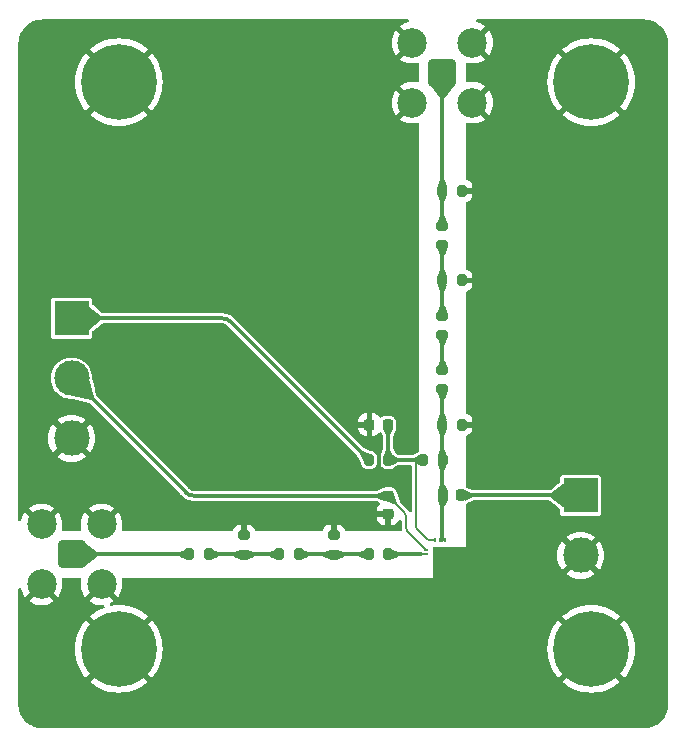
<source format=gbr>
%TF.GenerationSoftware,KiCad,Pcbnew,7.0.6*%
%TF.CreationDate,2023-07-22T11:20:37-03:00*%
%TF.ProjectId,MiniAsic_2020,4d696e69-4173-4696-935f-323032302e6b,rev?*%
%TF.SameCoordinates,Original*%
%TF.FileFunction,Copper,L1,Top*%
%TF.FilePolarity,Positive*%
%FSLAX46Y46*%
G04 Gerber Fmt 4.6, Leading zero omitted, Abs format (unit mm)*
G04 Created by KiCad (PCBNEW 7.0.6) date 2023-07-22 11:20:37*
%MOMM*%
%LPD*%
G01*
G04 APERTURE LIST*
G04 Aperture macros list*
%AMRoundRect*
0 Rectangle with rounded corners*
0 $1 Rounding radius*
0 $2 $3 $4 $5 $6 $7 $8 $9 X,Y pos of 4 corners*
0 Add a 4 corners polygon primitive as box body*
4,1,4,$2,$3,$4,$5,$6,$7,$8,$9,$2,$3,0*
0 Add four circle primitives for the rounded corners*
1,1,$1+$1,$2,$3*
1,1,$1+$1,$4,$5*
1,1,$1+$1,$6,$7*
1,1,$1+$1,$8,$9*
0 Add four rect primitives between the rounded corners*
20,1,$1+$1,$2,$3,$4,$5,0*
20,1,$1+$1,$4,$5,$6,$7,0*
20,1,$1+$1,$6,$7,$8,$9,0*
20,1,$1+$1,$8,$9,$2,$3,0*%
G04 Aperture macros list end*
%TA.AperFunction,SMDPad,CuDef*%
%ADD10RoundRect,0.225000X0.225000X0.250000X-0.225000X0.250000X-0.225000X-0.250000X0.225000X-0.250000X0*%
%TD*%
%TA.AperFunction,SMDPad,CuDef*%
%ADD11RoundRect,0.200000X0.200000X0.275000X-0.200000X0.275000X-0.200000X-0.275000X0.200000X-0.275000X0*%
%TD*%
%TA.AperFunction,SMDPad,CuDef*%
%ADD12R,0.300000X0.200000*%
%TD*%
%TA.AperFunction,SMDPad,CuDef*%
%ADD13R,0.200000X0.300000*%
%TD*%
%TA.AperFunction,SMDPad,CuDef*%
%ADD14R,3.000000X3.000000*%
%TD*%
%TA.AperFunction,SMDPad,CuDef*%
%ADD15RoundRect,0.225000X-0.250000X0.225000X-0.250000X-0.225000X0.250000X-0.225000X0.250000X0.225000X0*%
%TD*%
%TA.AperFunction,ComponentPad*%
%ADD16RoundRect,0.200100X0.949900X-0.949900X0.949900X0.949900X-0.949900X0.949900X-0.949900X-0.949900X0*%
%TD*%
%TA.AperFunction,ComponentPad*%
%ADD17C,2.500000*%
%TD*%
%TA.AperFunction,ComponentPad*%
%ADD18C,0.800000*%
%TD*%
%TA.AperFunction,ComponentPad*%
%ADD19C,6.400000*%
%TD*%
%TA.AperFunction,SMDPad,CuDef*%
%ADD20RoundRect,0.200000X-0.275000X0.200000X-0.275000X-0.200000X0.275000X-0.200000X0.275000X0.200000X0*%
%TD*%
%TA.AperFunction,SMDPad,CuDef*%
%ADD21RoundRect,0.200000X0.275000X-0.200000X0.275000X0.200000X-0.275000X0.200000X-0.275000X-0.200000X0*%
%TD*%
%TA.AperFunction,ComponentPad*%
%ADD22RoundRect,0.200100X-0.949900X-0.949900X0.949900X-0.949900X0.949900X0.949900X-0.949900X0.949900X0*%
%TD*%
%TA.AperFunction,SMDPad,CuDef*%
%ADD23RoundRect,0.200000X-0.200000X-0.275000X0.200000X-0.275000X0.200000X0.275000X-0.200000X0.275000X0*%
%TD*%
%TA.AperFunction,ComponentPad*%
%ADD24R,3.000000X3.000000*%
%TD*%
%TA.AperFunction,ComponentPad*%
%ADD25C,3.000000*%
%TD*%
%TA.AperFunction,SMDPad,CuDef*%
%ADD26RoundRect,0.218750X0.218750X0.256250X-0.218750X0.256250X-0.218750X-0.256250X0.218750X-0.256250X0*%
%TD*%
%TA.AperFunction,ViaPad*%
%ADD27C,0.700000*%
%TD*%
%TA.AperFunction,Conductor*%
%ADD28C,0.350000*%
%TD*%
%TA.AperFunction,Conductor*%
%ADD29C,0.200000*%
%TD*%
G04 APERTURE END LIST*
D10*
%TO.P,C2,1*%
%TO.N,/VG_GATED*%
X151275000Y-94300000D03*
%TO.P,C2,2*%
%TO.N,GND*%
X149725000Y-94300000D03*
%TD*%
D11*
%TO.P,R1,1*%
%TO.N,/OUT*%
X155925000Y-97300000D03*
%TO.P,R1,2*%
%TO.N,/VG_GATED*%
X154275000Y-97300000D03*
%TD*%
D12*
%TO.P,U1,1,DRV_VDD*%
%TO.N,+1V8*%
X154500000Y-104892500D03*
%TO.P,U1,2,IN*%
%TO.N,/IN*%
X154500000Y-105292500D03*
D13*
%TO.P,U1,3,VG*%
%TO.N,/VG_GATED*%
X155300000Y-104092500D03*
%TO.P,U1,4,OUT_1*%
%TO.N,/OUT*%
X155700000Y-104092500D03*
%TO.P,U1,5,OUT_2*%
X156100000Y-104092500D03*
D14*
%TO.P,U1,6,GND*%
%TO.N,GND*%
X156500000Y-106092500D03*
%TD*%
D11*
%TO.P,Z12,1*%
%TO.N,GND*%
X157525000Y-74500000D03*
%TO.P,Z12,2*%
%TO.N,Net-(J4-In)*%
X155875000Y-74500000D03*
%TD*%
D15*
%TO.P,C1,1*%
%TO.N,+1V8*%
X151300000Y-100325000D03*
%TO.P,C1,2*%
%TO.N,GND*%
X151300000Y-101875000D03*
%TD*%
D16*
%TO.P,J3,1,In*%
%TO.N,Net-(J3-In)*%
X124500000Y-105300000D03*
D17*
%TO.P,J3,2,Ext*%
%TO.N,GND*%
X121960000Y-107840000D03*
X127040000Y-107840000D03*
X121960000Y-102760000D03*
X127040000Y-102760000D03*
%TD*%
D18*
%TO.P,H3,1,1*%
%TO.N,GND*%
X126100000Y-113300000D03*
X126802944Y-111602944D03*
X126802944Y-114997056D03*
X128500000Y-110900000D03*
D19*
X128500000Y-113300000D03*
D18*
X128500000Y-115700000D03*
X130197056Y-111602944D03*
X130197056Y-114997056D03*
X130900000Y-113300000D03*
%TD*%
D20*
%TO.P,Z8,1*%
%TO.N,Net-(Z8-Pad1)*%
X155900000Y-89675000D03*
%TO.P,Z8,2*%
%TO.N,/OUT*%
X155900000Y-91325000D03*
%TD*%
D21*
%TO.P,Z2,1*%
%TO.N,Net-(Z1-Pad2)*%
X139100000Y-105325000D03*
%TO.P,Z2,2*%
%TO.N,GND*%
X139100000Y-103675000D03*
%TD*%
D20*
%TO.P,Z11,1*%
%TO.N,Net-(J4-In)*%
X155900000Y-77475000D03*
%TO.P,Z11,2*%
%TO.N,Net-(Z10-Pad2)*%
X155900000Y-79125000D03*
%TD*%
D11*
%TO.P,Z7,1*%
%TO.N,GND*%
X157525000Y-94300000D03*
%TO.P,Z7,2*%
%TO.N,/OUT*%
X155875000Y-94300000D03*
%TD*%
D22*
%TO.P,J4,1,In*%
%TO.N,Net-(J4-In)*%
X155900000Y-64500000D03*
D17*
%TO.P,J4,2,Ext*%
%TO.N,GND*%
X153360000Y-61960000D03*
X153360000Y-67040000D03*
X158440000Y-61960000D03*
X158440000Y-67040000D03*
%TD*%
D18*
%TO.P,H1,1,1*%
%TO.N,GND*%
X126100000Y-65300000D03*
X126802944Y-63602944D03*
X126802944Y-66997056D03*
X128500000Y-62900000D03*
D19*
X128500000Y-65300000D03*
D18*
X128500000Y-67700000D03*
X130197056Y-63602944D03*
X130197056Y-66997056D03*
X130900000Y-65300000D03*
%TD*%
D23*
%TO.P,Z3,1*%
%TO.N,Net-(Z1-Pad2)*%
X142075000Y-105300000D03*
%TO.P,Z3,2*%
%TO.N,Net-(Z3-Pad2)*%
X143725000Y-105300000D03*
%TD*%
%TO.P,Z1,1*%
%TO.N,Net-(J3-In)*%
X134475000Y-105300000D03*
%TO.P,Z1,2*%
%TO.N,Net-(Z1-Pad2)*%
X136125000Y-105300000D03*
%TD*%
D24*
%TO.P,J2,1,Pin_1*%
%TO.N,+3V3*%
X167600000Y-100300000D03*
D25*
%TO.P,J2,2,Pin_2*%
%TO.N,GND*%
X167600000Y-105380000D03*
%TD*%
D24*
%TO.P,J1,1,Pin_1*%
%TO.N,/VG*%
X124500000Y-85300000D03*
D25*
%TO.P,J1,2,Pin_2*%
%TO.N,+1V8*%
X124500000Y-90380000D03*
%TO.P,J1,3,Pin_3*%
%TO.N,GND*%
X124500000Y-95460000D03*
%TD*%
D26*
%TO.P,L1,1,1*%
%TO.N,+3V3*%
X157487500Y-100300000D03*
%TO.P,L1,2,2*%
%TO.N,/OUT*%
X155912500Y-100300000D03*
%TD*%
D18*
%TO.P,H2,1,1*%
%TO.N,GND*%
X166100000Y-65300000D03*
X166802944Y-63602944D03*
X166802944Y-66997056D03*
X168500000Y-62900000D03*
D19*
X168500000Y-65300000D03*
D18*
X168500000Y-67700000D03*
X170197056Y-63602944D03*
X170197056Y-66997056D03*
X170900000Y-65300000D03*
%TD*%
D20*
%TO.P,Z9,1*%
%TO.N,Net-(Z10-Pad2)*%
X155900000Y-85075000D03*
%TO.P,Z9,2*%
%TO.N,Net-(Z8-Pad1)*%
X155900000Y-86725000D03*
%TD*%
D18*
%TO.P,H4,1,1*%
%TO.N,GND*%
X166100000Y-113300000D03*
X166802944Y-111602944D03*
X166802944Y-114997056D03*
X168500000Y-110900000D03*
D19*
X168500000Y-113300000D03*
D18*
X168500000Y-115700000D03*
X170197056Y-111602944D03*
X170197056Y-114997056D03*
X170900000Y-113300000D03*
%TD*%
D11*
%TO.P,R2,1*%
%TO.N,/VG_GATED*%
X151325000Y-97300000D03*
%TO.P,R2,2*%
%TO.N,/VG*%
X149675000Y-97300000D03*
%TD*%
D23*
%TO.P,Z5,1*%
%TO.N,Net-(Z3-Pad2)*%
X149675000Y-105300000D03*
%TO.P,Z5,2*%
%TO.N,/IN*%
X151325000Y-105300000D03*
%TD*%
D21*
%TO.P,Z4,1*%
%TO.N,Net-(Z3-Pad2)*%
X146700000Y-105325000D03*
%TO.P,Z4,2*%
%TO.N,GND*%
X146700000Y-103675000D03*
%TD*%
D11*
%TO.P,Z10,1*%
%TO.N,GND*%
X157525000Y-82100000D03*
%TO.P,Z10,2*%
%TO.N,Net-(Z10-Pad2)*%
X155875000Y-82100000D03*
%TD*%
D27*
%TO.N,GND*%
X172500000Y-85300000D03*
X172500000Y-61300000D03*
X140500000Y-61300000D03*
X148500000Y-69300000D03*
X148500000Y-101300000D03*
X132500000Y-109300000D03*
X124500000Y-69300000D03*
X164500000Y-117300000D03*
X148500000Y-109300000D03*
X140500000Y-117300000D03*
X172500000Y-69300000D03*
X140500000Y-101300000D03*
X132500000Y-101300000D03*
X164500000Y-93300000D03*
X172500000Y-109300000D03*
X132500000Y-93300000D03*
X140500000Y-93300000D03*
X164500000Y-69300000D03*
X148500000Y-85300000D03*
X164500000Y-101300000D03*
X172500000Y-101300000D03*
X164500000Y-61300000D03*
X164500000Y-85300000D03*
X140500000Y-77300000D03*
X124500000Y-77300000D03*
X140500000Y-69300000D03*
X164500000Y-109300000D03*
X172500000Y-77300000D03*
X148500000Y-61300000D03*
X140500000Y-109300000D03*
X124500000Y-61300000D03*
X172500000Y-93300000D03*
X172500000Y-117300000D03*
X132500000Y-69300000D03*
X140500000Y-85300000D03*
X124500000Y-101300000D03*
X132500000Y-77300000D03*
X132500000Y-61300000D03*
X132500000Y-117300000D03*
X148500000Y-93300000D03*
X156500000Y-109300000D03*
X164500000Y-77300000D03*
X124500000Y-117300000D03*
X148500000Y-117300000D03*
X148500000Y-77300000D03*
X124500000Y-109300000D03*
X156500000Y-117300000D03*
%TD*%
D28*
%TO.N,+1V8*%
X151300000Y-100325000D02*
X134859214Y-100325000D01*
D29*
X152643553Y-101668553D02*
X151300000Y-100325000D01*
X154500000Y-104892500D02*
X152936446Y-103328946D01*
X152790000Y-102975393D02*
X152790000Y-102022107D01*
D28*
X134152107Y-100032107D02*
X124500000Y-90380000D01*
X134152100Y-100032114D02*
G75*
G03*
X134859214Y-100325000I707100J707114D01*
G01*
D29*
X152790005Y-102975393D02*
G75*
G03*
X152936446Y-103328946I499995J-7D01*
G01*
X152789995Y-102022107D02*
G75*
G03*
X152643553Y-101668553I-499995J7D01*
G01*
D28*
%TO.N,/VG*%
X149675000Y-97300000D02*
X137967893Y-85592893D01*
X137260786Y-85300000D02*
X124500000Y-85300000D01*
X137967900Y-85592886D02*
G75*
G03*
X137260786Y-85300000I-707100J-707114D01*
G01*
%TO.N,/VG_GATED*%
X151325000Y-94350000D02*
X151275000Y-94300000D01*
D29*
X155300000Y-104092500D02*
X154849607Y-104092500D01*
D28*
X151325000Y-97300000D02*
X151325000Y-94350000D01*
D29*
X153650000Y-102892893D02*
X153650000Y-97330000D01*
D28*
X151325000Y-97300000D02*
X154275000Y-97300000D01*
D29*
X154496053Y-103946053D02*
X153796446Y-103246446D01*
X154496050Y-103946056D02*
G75*
G03*
X154849607Y-104092500I353550J353556D01*
G01*
X153650005Y-102892893D02*
G75*
G03*
X153796446Y-103246446I499995J-7D01*
G01*
D28*
%TO.N,Net-(J3-In)*%
X124500000Y-105300000D02*
X134475000Y-105300000D01*
%TO.N,/OUT*%
X155900000Y-94275000D02*
X155875000Y-94300000D01*
X155900000Y-97300000D02*
X155900000Y-100287500D01*
X155900000Y-94300000D02*
X155900000Y-97250000D01*
X155900000Y-91325000D02*
X155900000Y-94275000D01*
X155900000Y-100370000D02*
X155900000Y-104100000D01*
X155912500Y-100300000D02*
X155842500Y-100370000D01*
X155875000Y-97250000D02*
X155925000Y-97300000D01*
%TO.N,Net-(Z3-Pad2)*%
X146700000Y-105300000D02*
X149650000Y-105300000D01*
X143725000Y-105300000D02*
X146675000Y-105300000D01*
X146675000Y-105300000D02*
X146700000Y-105325000D01*
D29*
%TO.N,/IN*%
X154500000Y-105292500D02*
X153842500Y-105292500D01*
D28*
X151325000Y-105300000D02*
X154112500Y-105300000D01*
%TO.N,Net-(Z10-Pad2)*%
X155900000Y-82100000D02*
X155900000Y-85050000D01*
X155900000Y-79125000D02*
X155900000Y-82075000D01*
X155900000Y-82075000D02*
X155875000Y-82100000D01*
%TO.N,Net-(Z1-Pad2)*%
X139100000Y-105300000D02*
X142050000Y-105300000D01*
X139100000Y-105300000D02*
X136150000Y-105300000D01*
%TO.N,Net-(Z8-Pad1)*%
X155900000Y-86725000D02*
X155900000Y-89675000D01*
%TO.N,+3V3*%
X167600000Y-100300000D02*
X157487500Y-100300000D01*
%TO.N,Net-(J4-In)*%
X155900000Y-74500000D02*
X155900000Y-77450000D01*
X155900000Y-64500000D02*
X155900000Y-74475000D01*
X155900000Y-74475000D02*
X155875000Y-74500000D01*
%TD*%
%TA.AperFunction,Conductor*%
%TO.N,/VG_GATED*%
G36*
X151500358Y-96428427D02*
G01*
X151502945Y-96432348D01*
X151706765Y-96940950D01*
X151706662Y-96949904D01*
X151703809Y-96953929D01*
X151332904Y-97293758D01*
X151324489Y-97296820D01*
X151317096Y-97293758D01*
X150946190Y-96953929D01*
X150942405Y-96945813D01*
X150943233Y-96940953D01*
X151147055Y-96432347D01*
X151153313Y-96425943D01*
X151157915Y-96425000D01*
X151492085Y-96425000D01*
X151500358Y-96428427D01*
G37*
%TD.AperFunction*%
%TD*%
%TA.AperFunction,Conductor*%
%TO.N,Net-(Z10-Pad2)*%
G36*
X155882902Y-82106240D02*
G01*
X156253547Y-82445830D01*
X156254071Y-82446310D01*
X156257856Y-82454426D01*
X156257200Y-82458831D01*
X156077755Y-82967194D01*
X156071770Y-82973855D01*
X156066722Y-82975000D01*
X155732575Y-82975000D01*
X155724302Y-82971573D01*
X155721900Y-82968088D01*
X155493681Y-82459245D01*
X155493422Y-82450294D01*
X155496450Y-82445832D01*
X155867097Y-82106240D01*
X155875511Y-82103179D01*
X155882902Y-82106240D01*
G37*
%TD.AperFunction*%
%TD*%
%TA.AperFunction,Conductor*%
%TO.N,GND*%
G36*
X170356421Y-114802868D02*
G01*
X170294601Y-114761561D01*
X170221680Y-114747056D01*
X170172432Y-114747056D01*
X170099511Y-114761561D01*
X170016816Y-114816816D01*
X169961561Y-114899511D01*
X169942158Y-114997056D01*
X169961561Y-115094601D01*
X170002867Y-115156420D01*
X169444180Y-114597733D01*
X169634870Y-114434870D01*
X169797733Y-114244180D01*
X170356421Y-114802868D01*
G37*
%TD.AperFunction*%
%TA.AperFunction,Conductor*%
G36*
X167365130Y-114434870D02*
G01*
X167555819Y-114597733D01*
X166997135Y-115156416D01*
X167038439Y-115094601D01*
X167057842Y-114997056D01*
X167038439Y-114899511D01*
X166983184Y-114816816D01*
X166900489Y-114761561D01*
X166827568Y-114747056D01*
X166778320Y-114747056D01*
X166705399Y-114761561D01*
X166643577Y-114802868D01*
X167202266Y-114244180D01*
X167365130Y-114434870D01*
G37*
%TD.AperFunction*%
%TA.AperFunction,Conductor*%
G36*
X167555819Y-112002266D02*
G01*
X167365130Y-112165130D01*
X167202266Y-112355818D01*
X166643582Y-111797134D01*
X166705399Y-111838439D01*
X166778320Y-111852944D01*
X166827568Y-111852944D01*
X166900489Y-111838439D01*
X166983184Y-111783184D01*
X167038439Y-111700489D01*
X167057842Y-111602944D01*
X167038439Y-111505399D01*
X166997133Y-111443581D01*
X167555819Y-112002266D01*
G37*
%TD.AperFunction*%
%TA.AperFunction,Conductor*%
G36*
X169961561Y-111505399D02*
G01*
X169942158Y-111602944D01*
X169961561Y-111700489D01*
X170016816Y-111783184D01*
X170099511Y-111838439D01*
X170172432Y-111852944D01*
X170221680Y-111852944D01*
X170294601Y-111838439D01*
X170356415Y-111797135D01*
X169797732Y-112355818D01*
X169634870Y-112165130D01*
X169444180Y-112002266D01*
X170002867Y-111443578D01*
X169961561Y-111505399D01*
G37*
%TD.AperFunction*%
%TA.AperFunction,Conductor*%
G36*
X170356421Y-66802868D02*
G01*
X170294601Y-66761561D01*
X170221680Y-66747056D01*
X170172432Y-66747056D01*
X170099511Y-66761561D01*
X170016816Y-66816816D01*
X169961561Y-66899511D01*
X169942158Y-66997056D01*
X169961561Y-67094601D01*
X170002867Y-67156420D01*
X169444180Y-66597733D01*
X169634870Y-66434870D01*
X169797733Y-66244180D01*
X170356421Y-66802868D01*
G37*
%TD.AperFunction*%
%TA.AperFunction,Conductor*%
G36*
X167365130Y-66434870D02*
G01*
X167555819Y-66597733D01*
X166997135Y-67156416D01*
X167038439Y-67094601D01*
X167057842Y-66997056D01*
X167038439Y-66899511D01*
X166983184Y-66816816D01*
X166900489Y-66761561D01*
X166827568Y-66747056D01*
X166778320Y-66747056D01*
X166705399Y-66761561D01*
X166643577Y-66802868D01*
X167202266Y-66244180D01*
X167365130Y-66434870D01*
G37*
%TD.AperFunction*%
%TA.AperFunction,Conductor*%
G36*
X167555819Y-64002266D02*
G01*
X167365130Y-64165130D01*
X167202266Y-64355818D01*
X166643582Y-63797134D01*
X166705399Y-63838439D01*
X166778320Y-63852944D01*
X166827568Y-63852944D01*
X166900489Y-63838439D01*
X166983184Y-63783184D01*
X167038439Y-63700489D01*
X167057842Y-63602944D01*
X167038439Y-63505399D01*
X166997133Y-63443581D01*
X167555819Y-64002266D01*
G37*
%TD.AperFunction*%
%TA.AperFunction,Conductor*%
G36*
X169961561Y-63505399D02*
G01*
X169942158Y-63602944D01*
X169961561Y-63700489D01*
X170016816Y-63783184D01*
X170099511Y-63838439D01*
X170172432Y-63852944D01*
X170221680Y-63852944D01*
X170294601Y-63838439D01*
X170356415Y-63797135D01*
X169797732Y-64355818D01*
X169634870Y-64165130D01*
X169444180Y-64002266D01*
X170002867Y-63443578D01*
X169961561Y-63505399D01*
G37*
%TD.AperFunction*%
%TA.AperFunction,Conductor*%
G36*
X173002019Y-60000633D02*
G01*
X173037198Y-60002938D01*
X173083708Y-60005986D01*
X173265459Y-60018985D01*
X173273100Y-60020015D01*
X173366738Y-60038641D01*
X173389420Y-60043153D01*
X173415023Y-60048722D01*
X173533666Y-60074531D01*
X173540383Y-60076395D01*
X173659437Y-60116809D01*
X173756671Y-60153076D01*
X173791741Y-60166157D01*
X173797499Y-60168643D01*
X173912952Y-60225578D01*
X174034906Y-60292170D01*
X174039634Y-60295032D01*
X174086586Y-60326404D01*
X174146649Y-60366537D01*
X174149358Y-60368454D01*
X174258652Y-60450271D01*
X174262345Y-60453265D01*
X174359502Y-60538469D01*
X174362448Y-60541228D01*
X174458769Y-60637549D01*
X174461526Y-60640492D01*
X174546729Y-60737648D01*
X174549732Y-60741353D01*
X174601564Y-60810592D01*
X174631543Y-60850639D01*
X174633461Y-60853349D01*
X174704962Y-60960357D01*
X174707828Y-60965091D01*
X174774421Y-61087047D01*
X174831355Y-61202499D01*
X174833841Y-61208257D01*
X174870212Y-61305768D01*
X174883201Y-61340592D01*
X174923597Y-61459596D01*
X174925472Y-61466352D01*
X174956846Y-61610579D01*
X174979980Y-61726880D01*
X174981015Y-61734560D01*
X174994017Y-61916350D01*
X174999367Y-61997966D01*
X174999500Y-62002023D01*
X174999500Y-117997975D01*
X174999367Y-118002032D01*
X174994017Y-118083648D01*
X174981015Y-118265438D01*
X174979980Y-118273118D01*
X174956846Y-118389420D01*
X174925472Y-118533646D01*
X174923597Y-118540401D01*
X174889297Y-118641448D01*
X174883208Y-118659388D01*
X174883195Y-118659425D01*
X174833841Y-118791741D01*
X174831355Y-118797499D01*
X174774421Y-118912952D01*
X174707828Y-119034907D01*
X174704961Y-119039641D01*
X174633461Y-119146649D01*
X174631543Y-119149359D01*
X174549744Y-119258631D01*
X174546723Y-119262357D01*
X174461529Y-119359502D01*
X174458755Y-119362464D01*
X174362464Y-119458755D01*
X174359502Y-119461529D01*
X174262357Y-119546723D01*
X174258631Y-119549744D01*
X174149359Y-119631543D01*
X174146649Y-119633461D01*
X174039641Y-119704961D01*
X174034907Y-119707828D01*
X173912952Y-119774421D01*
X173797499Y-119831355D01*
X173791741Y-119833841D01*
X173670956Y-119878893D01*
X173659418Y-119883197D01*
X173540401Y-119923597D01*
X173533646Y-119925472D01*
X173389420Y-119956846D01*
X173273118Y-119979980D01*
X173265438Y-119981015D01*
X173083648Y-119994017D01*
X173032582Y-119997364D01*
X173002025Y-119999367D01*
X172997976Y-119999500D01*
X122002024Y-119999500D01*
X121997974Y-119999367D01*
X121959954Y-119996875D01*
X121916350Y-119994017D01*
X121734560Y-119981015D01*
X121726880Y-119979980D01*
X121610579Y-119956846D01*
X121466352Y-119925472D01*
X121459596Y-119923597D01*
X121427881Y-119912831D01*
X121340578Y-119883196D01*
X121305768Y-119870212D01*
X121208257Y-119833841D01*
X121202499Y-119831355D01*
X121087047Y-119774421D01*
X120965091Y-119707828D01*
X120960357Y-119704962D01*
X120853349Y-119633461D01*
X120850639Y-119631543D01*
X120810592Y-119601564D01*
X120741353Y-119549732D01*
X120737648Y-119546729D01*
X120640492Y-119461526D01*
X120637549Y-119458769D01*
X120541228Y-119362448D01*
X120538469Y-119359502D01*
X120505450Y-119321851D01*
X120453265Y-119262345D01*
X120450271Y-119258652D01*
X120368454Y-119149358D01*
X120366537Y-119146649D01*
X120295036Y-119039641D01*
X120292170Y-119034906D01*
X120225578Y-118912952D01*
X120168643Y-118797499D01*
X120166157Y-118791741D01*
X120153076Y-118756671D01*
X120116805Y-118659425D01*
X120076395Y-118540383D01*
X120074531Y-118533666D01*
X120043153Y-118389420D01*
X120038641Y-118366738D01*
X120020015Y-118273100D01*
X120018985Y-118265459D01*
X120005986Y-118083708D01*
X120002938Y-118037198D01*
X120000633Y-118002019D01*
X120000500Y-117997964D01*
X120000500Y-108219826D01*
X120020185Y-108152787D01*
X120072989Y-108107032D01*
X120142147Y-108097088D01*
X120205703Y-108126113D01*
X120243477Y-108184891D01*
X120245391Y-108192234D01*
X120283058Y-108357270D01*
X120378883Y-108601426D01*
X120378882Y-108601426D01*
X120510030Y-108828577D01*
X120557873Y-108888571D01*
X121208766Y-108237678D01*
X121252316Y-108319822D01*
X121372009Y-108460735D01*
X121519195Y-108572623D01*
X121561402Y-108592150D01*
X120910831Y-109242720D01*
X121082546Y-109359793D01*
X121082550Y-109359795D01*
X121318854Y-109473594D01*
X121318858Y-109473595D01*
X121569494Y-109550907D01*
X121569500Y-109550909D01*
X121828848Y-109589999D01*
X121828857Y-109590000D01*
X122091143Y-109590000D01*
X122091151Y-109589999D01*
X122350499Y-109550909D01*
X122350505Y-109550907D01*
X122601143Y-109473595D01*
X122837445Y-109359798D01*
X122837456Y-109359791D01*
X123009167Y-109242720D01*
X122358609Y-108592161D01*
X122477431Y-108520669D01*
X122611658Y-108393523D01*
X122714861Y-108241308D01*
X123362124Y-108888571D01*
X123409974Y-108828570D01*
X123541116Y-108601426D01*
X123636941Y-108357270D01*
X123695306Y-108101550D01*
X123695307Y-108101545D01*
X123714907Y-107840004D01*
X123714907Y-107839995D01*
X123695307Y-107578454D01*
X123695306Y-107578449D01*
X123666353Y-107451592D01*
X123670627Y-107381853D01*
X123711925Y-107325496D01*
X123777137Y-107300413D01*
X123787244Y-107300000D01*
X125212756Y-107300000D01*
X125279795Y-107319685D01*
X125325550Y-107372489D01*
X125335494Y-107441647D01*
X125333647Y-107451592D01*
X125304693Y-107578449D01*
X125304692Y-107578454D01*
X125285093Y-107839995D01*
X125285093Y-107840004D01*
X125304692Y-108101545D01*
X125304693Y-108101550D01*
X125363058Y-108357270D01*
X125458883Y-108601426D01*
X125458882Y-108601426D01*
X125590030Y-108828577D01*
X125637873Y-108888571D01*
X126288766Y-108237678D01*
X126332316Y-108319822D01*
X126452009Y-108460735D01*
X126599195Y-108572623D01*
X126641402Y-108592150D01*
X125990831Y-109242720D01*
X126162546Y-109359793D01*
X126162550Y-109359795D01*
X126398854Y-109473594D01*
X126398858Y-109473595D01*
X126649494Y-109550907D01*
X126649500Y-109550909D01*
X126908848Y-109589999D01*
X126908857Y-109590000D01*
X127171251Y-109590000D01*
X127238290Y-109609685D01*
X127284045Y-109662489D01*
X127293989Y-109731647D01*
X127264964Y-109795203D01*
X127215689Y-109829764D01*
X126993005Y-109915244D01*
X126647456Y-110091310D01*
X126322206Y-110302531D01*
X126064648Y-110511095D01*
X126064648Y-110511096D01*
X126962306Y-111408754D01*
X126900489Y-111367449D01*
X126827568Y-111352944D01*
X126778320Y-111352944D01*
X126705399Y-111367449D01*
X126622704Y-111422704D01*
X126567449Y-111505399D01*
X126548046Y-111602944D01*
X126567449Y-111700489D01*
X126608753Y-111762305D01*
X125711096Y-110864648D01*
X125711095Y-110864648D01*
X125502531Y-111122206D01*
X125291310Y-111447456D01*
X125115244Y-111793005D01*
X124976262Y-112155063D01*
X124875887Y-112529669D01*
X124875886Y-112529676D01*
X124815219Y-112912712D01*
X124794922Y-113299999D01*
X124794922Y-113300000D01*
X124815219Y-113687287D01*
X124875886Y-114070323D01*
X124875887Y-114070330D01*
X124976262Y-114444936D01*
X125115244Y-114806994D01*
X125291310Y-115152543D01*
X125502531Y-115477793D01*
X125711095Y-115735350D01*
X125711096Y-115735350D01*
X126608756Y-114837689D01*
X126567449Y-114899511D01*
X126548046Y-114997056D01*
X126567449Y-115094601D01*
X126622704Y-115177296D01*
X126705399Y-115232551D01*
X126778320Y-115247056D01*
X126827568Y-115247056D01*
X126900489Y-115232551D01*
X126962304Y-115191247D01*
X126064648Y-116088903D01*
X126064649Y-116088904D01*
X126322206Y-116297468D01*
X126647456Y-116508689D01*
X126993005Y-116684755D01*
X127355063Y-116823737D01*
X127729669Y-116924112D01*
X127729676Y-116924113D01*
X128112712Y-116984780D01*
X128499999Y-117005078D01*
X128500001Y-117005078D01*
X128887287Y-116984780D01*
X129270323Y-116924113D01*
X129270330Y-116924112D01*
X129644936Y-116823737D01*
X130006994Y-116684755D01*
X130352543Y-116508689D01*
X130677783Y-116297476D01*
X130677785Y-116297475D01*
X130935349Y-116088902D01*
X130037691Y-115191244D01*
X130099511Y-115232551D01*
X130172432Y-115247056D01*
X130221680Y-115247056D01*
X130294601Y-115232551D01*
X130377296Y-115177296D01*
X130432551Y-115094601D01*
X130451954Y-114997056D01*
X130432551Y-114899511D01*
X130391245Y-114837692D01*
X131288902Y-115735349D01*
X131497475Y-115477785D01*
X131497476Y-115477783D01*
X131708689Y-115152543D01*
X131884755Y-114806994D01*
X132023737Y-114444936D01*
X132124112Y-114070330D01*
X132124113Y-114070323D01*
X132184780Y-113687287D01*
X132205078Y-113300000D01*
X164794922Y-113300000D01*
X164815219Y-113687287D01*
X164875886Y-114070323D01*
X164875887Y-114070330D01*
X164976262Y-114444936D01*
X165115244Y-114806994D01*
X165291310Y-115152543D01*
X165502531Y-115477793D01*
X165711095Y-115735350D01*
X165711096Y-115735350D01*
X166608756Y-114837689D01*
X166567449Y-114899511D01*
X166548046Y-114997056D01*
X166567449Y-115094601D01*
X166622704Y-115177296D01*
X166705399Y-115232551D01*
X166778320Y-115247056D01*
X166827568Y-115247056D01*
X166900489Y-115232551D01*
X166962304Y-115191247D01*
X166064648Y-116088903D01*
X166064649Y-116088904D01*
X166322206Y-116297468D01*
X166647456Y-116508689D01*
X166993005Y-116684755D01*
X167355063Y-116823737D01*
X167729669Y-116924112D01*
X167729676Y-116924113D01*
X168112712Y-116984780D01*
X168499999Y-117005078D01*
X168500001Y-117005078D01*
X168887287Y-116984780D01*
X169270323Y-116924113D01*
X169270330Y-116924112D01*
X169644936Y-116823737D01*
X170006994Y-116684755D01*
X170352543Y-116508689D01*
X170677783Y-116297476D01*
X170677785Y-116297475D01*
X170935349Y-116088902D01*
X170037691Y-115191244D01*
X170099511Y-115232551D01*
X170172432Y-115247056D01*
X170221680Y-115247056D01*
X170294601Y-115232551D01*
X170377296Y-115177296D01*
X170432551Y-115094601D01*
X170451954Y-114997056D01*
X170432551Y-114899511D01*
X170391243Y-114837690D01*
X171288902Y-115735349D01*
X171497475Y-115477785D01*
X171497476Y-115477783D01*
X171708689Y-115152543D01*
X171884755Y-114806994D01*
X172023737Y-114444936D01*
X172124112Y-114070330D01*
X172124113Y-114070323D01*
X172184780Y-113687287D01*
X172205078Y-113300000D01*
X172205078Y-113299999D01*
X172184780Y-112912712D01*
X172124113Y-112529676D01*
X172124112Y-112529669D01*
X172023737Y-112155063D01*
X171884755Y-111793005D01*
X171708689Y-111447456D01*
X171497468Y-111122206D01*
X171288904Y-110864649D01*
X171288903Y-110864648D01*
X170391247Y-111762303D01*
X170432551Y-111700489D01*
X170451954Y-111602944D01*
X170432551Y-111505399D01*
X170377296Y-111422704D01*
X170294601Y-111367449D01*
X170221680Y-111352944D01*
X170172432Y-111352944D01*
X170099511Y-111367449D01*
X170037690Y-111408755D01*
X170935350Y-110511096D01*
X170935350Y-110511095D01*
X170677793Y-110302531D01*
X170352543Y-110091310D01*
X170006994Y-109915244D01*
X169644936Y-109776262D01*
X169270330Y-109675887D01*
X169270323Y-109675886D01*
X168887287Y-109615219D01*
X168500001Y-109594922D01*
X168499999Y-109594922D01*
X168112712Y-109615219D01*
X167729676Y-109675886D01*
X167729669Y-109675887D01*
X167355063Y-109776262D01*
X166993005Y-109915244D01*
X166647456Y-110091310D01*
X166322206Y-110302531D01*
X166064648Y-110511095D01*
X166064648Y-110511096D01*
X166962306Y-111408754D01*
X166900489Y-111367449D01*
X166827568Y-111352944D01*
X166778320Y-111352944D01*
X166705399Y-111367449D01*
X166622704Y-111422704D01*
X166567449Y-111505399D01*
X166548046Y-111602944D01*
X166567449Y-111700489D01*
X166608753Y-111762305D01*
X165711096Y-110864648D01*
X165711095Y-110864648D01*
X165502531Y-111122206D01*
X165291310Y-111447456D01*
X165115244Y-111793005D01*
X164976262Y-112155063D01*
X164875887Y-112529669D01*
X164875886Y-112529676D01*
X164815219Y-112912712D01*
X164794922Y-113299999D01*
X164794922Y-113300000D01*
X132205078Y-113300000D01*
X132205078Y-113299999D01*
X132184780Y-112912712D01*
X132124113Y-112529676D01*
X132124112Y-112529669D01*
X132023737Y-112155063D01*
X131884755Y-111793005D01*
X131708689Y-111447456D01*
X131497468Y-111122206D01*
X131288904Y-110864649D01*
X131288903Y-110864648D01*
X130391247Y-111762303D01*
X130432551Y-111700489D01*
X130451954Y-111602944D01*
X130432551Y-111505399D01*
X130377296Y-111422704D01*
X130294601Y-111367449D01*
X130221680Y-111352944D01*
X130172432Y-111352944D01*
X130099511Y-111367449D01*
X130037690Y-111408755D01*
X130935350Y-110511096D01*
X130935350Y-110511095D01*
X130677793Y-110302531D01*
X130352543Y-110091310D01*
X130006994Y-109915244D01*
X129644936Y-109776262D01*
X129270330Y-109675887D01*
X129270323Y-109675886D01*
X128887287Y-109615219D01*
X128500001Y-109594922D01*
X128499999Y-109594922D01*
X128112712Y-109615219D01*
X127865141Y-109654430D01*
X127795847Y-109645475D01*
X127742395Y-109600479D01*
X127721756Y-109533727D01*
X127740481Y-109466414D01*
X127791942Y-109420237D01*
X127917446Y-109359798D01*
X127917456Y-109359791D01*
X128089167Y-109242720D01*
X127438609Y-108592161D01*
X127557431Y-108520669D01*
X127691658Y-108393523D01*
X127794861Y-108241308D01*
X128442124Y-108888571D01*
X128489974Y-108828570D01*
X128621116Y-108601426D01*
X128716941Y-108357270D01*
X128775306Y-108101550D01*
X128775307Y-108101545D01*
X128794907Y-107840004D01*
X128794907Y-107839995D01*
X128775307Y-107578454D01*
X128775306Y-107578449D01*
X128746353Y-107451592D01*
X128750627Y-107381853D01*
X128791925Y-107325496D01*
X128857137Y-107300413D01*
X128867244Y-107300000D01*
X157899999Y-107300000D01*
X157900000Y-107300000D01*
X157900000Y-105380001D01*
X165594891Y-105380001D01*
X165615300Y-105665362D01*
X165676109Y-105944895D01*
X165776091Y-106212958D01*
X165913191Y-106464038D01*
X165913196Y-106464046D01*
X166019882Y-106606561D01*
X166019883Y-106606562D01*
X166915195Y-105711250D01*
X166937340Y-105762587D01*
X167043433Y-105905094D01*
X167179530Y-106019294D01*
X167269216Y-106064335D01*
X166373436Y-106960115D01*
X166515960Y-107066807D01*
X166515961Y-107066808D01*
X166767042Y-107203908D01*
X166767041Y-107203908D01*
X167035104Y-107303890D01*
X167314637Y-107364699D01*
X167599999Y-107385109D01*
X167600001Y-107385109D01*
X167885362Y-107364699D01*
X168164895Y-107303890D01*
X168432958Y-107203908D01*
X168684047Y-107066803D01*
X168826561Y-106960116D01*
X168826562Y-106960115D01*
X167933748Y-106067300D01*
X167943409Y-106063784D01*
X168091844Y-105966157D01*
X168213764Y-105836930D01*
X168285768Y-105712215D01*
X169180115Y-106606562D01*
X169180116Y-106606561D01*
X169286803Y-106464047D01*
X169423908Y-106212958D01*
X169523890Y-105944895D01*
X169584699Y-105665362D01*
X169605109Y-105380001D01*
X169605109Y-105379998D01*
X169584699Y-105094637D01*
X169523890Y-104815104D01*
X169423908Y-104547041D01*
X169286808Y-104295961D01*
X169286807Y-104295960D01*
X169180115Y-104153436D01*
X168284803Y-105048747D01*
X168262660Y-104997413D01*
X168156567Y-104854906D01*
X168020470Y-104740706D01*
X167930782Y-104695663D01*
X168826562Y-103799883D01*
X168826561Y-103799882D01*
X168684046Y-103693196D01*
X168684038Y-103693191D01*
X168432957Y-103556091D01*
X168432958Y-103556091D01*
X168164895Y-103456109D01*
X167885362Y-103395300D01*
X167600001Y-103374891D01*
X167599999Y-103374891D01*
X167314637Y-103395300D01*
X167035104Y-103456109D01*
X166767041Y-103556091D01*
X166515961Y-103693191D01*
X166515953Y-103693196D01*
X166373437Y-103799882D01*
X166373436Y-103799883D01*
X167266252Y-104692699D01*
X167256591Y-104696216D01*
X167108156Y-104793843D01*
X166986236Y-104923070D01*
X166914231Y-105047784D01*
X166019883Y-104153436D01*
X166019882Y-104153437D01*
X165913196Y-104295953D01*
X165913191Y-104295961D01*
X165776091Y-104547041D01*
X165676109Y-104815104D01*
X165615300Y-105094637D01*
X165594891Y-105379998D01*
X165594891Y-105380001D01*
X157900000Y-105380001D01*
X157900000Y-101060902D01*
X157919684Y-100993867D01*
X157969896Y-100949332D01*
X158405866Y-100737926D01*
X158459969Y-100725500D01*
X164957601Y-100725500D01*
X165024640Y-100745185D01*
X165036509Y-100753847D01*
X165668009Y-101274835D01*
X165804412Y-101387367D01*
X165843597Y-101445214D01*
X165849500Y-101483017D01*
X165849500Y-101824678D01*
X165864032Y-101897735D01*
X165864033Y-101897739D01*
X165864034Y-101897740D01*
X165919399Y-101980601D01*
X166002259Y-102035966D01*
X166002260Y-102035966D01*
X166002264Y-102035967D01*
X166075321Y-102050499D01*
X166075324Y-102050500D01*
X166075326Y-102050500D01*
X169124676Y-102050500D01*
X169124677Y-102050499D01*
X169197740Y-102035966D01*
X169280601Y-101980601D01*
X169335966Y-101897740D01*
X169350500Y-101824674D01*
X169350500Y-98775326D01*
X169350500Y-98775323D01*
X169350499Y-98775321D01*
X169335967Y-98702264D01*
X169335966Y-98702260D01*
X169335965Y-98702259D01*
X169280601Y-98619399D01*
X169197740Y-98564034D01*
X169197739Y-98564033D01*
X169197735Y-98564032D01*
X169124677Y-98549500D01*
X169124674Y-98549500D01*
X166075326Y-98549500D01*
X166075323Y-98549500D01*
X166002264Y-98564032D01*
X166002260Y-98564033D01*
X165919399Y-98619399D01*
X165864033Y-98702260D01*
X165864032Y-98702264D01*
X165849500Y-98775321D01*
X165849500Y-99116980D01*
X165829815Y-99184019D01*
X165804412Y-99212630D01*
X165672518Y-99321443D01*
X165072390Y-99816550D01*
X165036511Y-99846150D01*
X164972271Y-99873629D01*
X164957599Y-99874500D01*
X158459971Y-99874500D01*
X158405867Y-99862074D01*
X157969895Y-99650665D01*
X157918162Y-99603702D01*
X157900000Y-99539094D01*
X157900000Y-95344903D01*
X157919684Y-95277868D01*
X157972488Y-95232113D01*
X157987110Y-95226521D01*
X158014398Y-95218017D01*
X158159877Y-95130072D01*
X158280072Y-95009877D01*
X158368019Y-94864395D01*
X158418590Y-94702106D01*
X158425000Y-94631572D01*
X158425000Y-94550000D01*
X157900000Y-94550000D01*
X157900000Y-94050000D01*
X158424999Y-94050000D01*
X158424999Y-93968417D01*
X158418591Y-93897897D01*
X158418590Y-93897892D01*
X158368018Y-93735603D01*
X158280072Y-93590122D01*
X158159877Y-93469927D01*
X158014396Y-93381981D01*
X158014394Y-93381980D01*
X157987108Y-93373477D01*
X157928960Y-93334739D01*
X157900987Y-93270713D01*
X157900000Y-93255107D01*
X157900000Y-83144903D01*
X157919684Y-83077868D01*
X157972488Y-83032113D01*
X157987110Y-83026521D01*
X158014398Y-83018017D01*
X158159877Y-82930072D01*
X158280072Y-82809877D01*
X158368019Y-82664395D01*
X158418590Y-82502106D01*
X158425000Y-82431572D01*
X158425000Y-82350000D01*
X157900000Y-82350000D01*
X157900000Y-81850000D01*
X158424999Y-81850000D01*
X158424999Y-81768417D01*
X158418591Y-81697897D01*
X158418590Y-81697892D01*
X158368018Y-81535603D01*
X158280072Y-81390122D01*
X158159877Y-81269927D01*
X158014396Y-81181981D01*
X158014394Y-81181980D01*
X157987108Y-81173477D01*
X157928960Y-81134739D01*
X157900987Y-81070713D01*
X157900000Y-81055107D01*
X157900000Y-75544903D01*
X157919684Y-75477868D01*
X157972488Y-75432113D01*
X157987110Y-75426521D01*
X158014398Y-75418017D01*
X158159877Y-75330072D01*
X158280072Y-75209877D01*
X158368019Y-75064395D01*
X158418590Y-74902106D01*
X158425000Y-74831572D01*
X158425000Y-74750000D01*
X157900000Y-74750000D01*
X157900000Y-74250000D01*
X158424999Y-74250000D01*
X158424999Y-74168417D01*
X158418591Y-74097897D01*
X158418590Y-74097892D01*
X158368018Y-73935603D01*
X158280072Y-73790122D01*
X158159877Y-73669927D01*
X158014396Y-73581981D01*
X158014394Y-73581980D01*
X157987108Y-73573477D01*
X157928960Y-73534739D01*
X157900987Y-73470713D01*
X157900000Y-73455107D01*
X157900000Y-68872274D01*
X157919684Y-68805239D01*
X157972488Y-68759484D01*
X158041646Y-68749540D01*
X158046949Y-68750524D01*
X158308848Y-68789999D01*
X158308857Y-68790000D01*
X158571143Y-68790000D01*
X158571151Y-68789999D01*
X158830499Y-68750909D01*
X158830505Y-68750907D01*
X159081143Y-68673595D01*
X159317445Y-68559798D01*
X159317456Y-68559791D01*
X159489167Y-68442720D01*
X158838609Y-67792162D01*
X158957431Y-67720669D01*
X159091658Y-67593523D01*
X159194861Y-67441308D01*
X159842124Y-68088571D01*
X159889974Y-68028570D01*
X160021116Y-67801426D01*
X160116941Y-67557270D01*
X160175306Y-67301550D01*
X160175307Y-67301545D01*
X160194907Y-67040004D01*
X160194907Y-67039995D01*
X160175307Y-66778454D01*
X160175306Y-66778449D01*
X160116941Y-66522729D01*
X160021116Y-66278573D01*
X160021117Y-66278573D01*
X159889971Y-66051426D01*
X159842125Y-65991427D01*
X159191232Y-66642319D01*
X159147684Y-66560178D01*
X159027991Y-66419265D01*
X158880805Y-66307377D01*
X158838596Y-66287849D01*
X159489167Y-65637278D01*
X159317447Y-65520202D01*
X159317445Y-65520201D01*
X159081142Y-65406404D01*
X159081144Y-65406404D01*
X158830505Y-65329092D01*
X158830499Y-65329090D01*
X158637497Y-65300000D01*
X164794922Y-65300000D01*
X164815219Y-65687287D01*
X164875886Y-66070323D01*
X164875887Y-66070330D01*
X164976262Y-66444936D01*
X165115244Y-66806994D01*
X165291310Y-67152543D01*
X165502531Y-67477793D01*
X165711095Y-67735350D01*
X165711096Y-67735350D01*
X166608756Y-66837689D01*
X166567449Y-66899511D01*
X166548046Y-66997056D01*
X166567449Y-67094601D01*
X166622704Y-67177296D01*
X166705399Y-67232551D01*
X166778320Y-67247056D01*
X166827568Y-67247056D01*
X166900489Y-67232551D01*
X166962304Y-67191247D01*
X166064648Y-68088903D01*
X166064649Y-68088904D01*
X166322206Y-68297468D01*
X166647456Y-68508689D01*
X166993005Y-68684755D01*
X167355063Y-68823737D01*
X167729669Y-68924112D01*
X167729676Y-68924113D01*
X168112712Y-68984780D01*
X168499999Y-69005078D01*
X168500001Y-69005078D01*
X168887287Y-68984780D01*
X169270323Y-68924113D01*
X169270330Y-68924112D01*
X169644936Y-68823737D01*
X170006994Y-68684755D01*
X170352543Y-68508689D01*
X170677783Y-68297476D01*
X170677785Y-68297475D01*
X170935349Y-68088902D01*
X170037691Y-67191244D01*
X170099511Y-67232551D01*
X170172432Y-67247056D01*
X170221680Y-67247056D01*
X170294601Y-67232551D01*
X170377296Y-67177296D01*
X170432551Y-67094601D01*
X170451954Y-66997056D01*
X170432551Y-66899511D01*
X170391243Y-66837690D01*
X171288902Y-67735349D01*
X171497475Y-67477785D01*
X171497476Y-67477783D01*
X171708689Y-67152543D01*
X171884755Y-66806994D01*
X172023737Y-66444936D01*
X172124112Y-66070330D01*
X172124113Y-66070323D01*
X172184780Y-65687287D01*
X172205078Y-65300000D01*
X172205078Y-65299999D01*
X172184780Y-64912712D01*
X172124113Y-64529676D01*
X172124112Y-64529669D01*
X172023737Y-64155063D01*
X171884755Y-63793005D01*
X171708689Y-63447456D01*
X171497468Y-63122206D01*
X171288904Y-62864649D01*
X171288903Y-62864648D01*
X170391247Y-63762303D01*
X170432551Y-63700489D01*
X170451954Y-63602944D01*
X170432551Y-63505399D01*
X170377296Y-63422704D01*
X170294601Y-63367449D01*
X170221680Y-63352944D01*
X170172432Y-63352944D01*
X170099511Y-63367449D01*
X170037690Y-63408755D01*
X170935350Y-62511096D01*
X170935350Y-62511095D01*
X170677793Y-62302531D01*
X170352543Y-62091310D01*
X170006994Y-61915244D01*
X169644936Y-61776262D01*
X169270330Y-61675887D01*
X169270323Y-61675886D01*
X168887287Y-61615219D01*
X168500001Y-61594922D01*
X168499999Y-61594922D01*
X168112712Y-61615219D01*
X167729676Y-61675886D01*
X167729669Y-61675887D01*
X167355063Y-61776262D01*
X166993005Y-61915244D01*
X166647456Y-62091310D01*
X166322206Y-62302531D01*
X166064648Y-62511095D01*
X166064648Y-62511096D01*
X166962306Y-63408754D01*
X166900489Y-63367449D01*
X166827568Y-63352944D01*
X166778320Y-63352944D01*
X166705399Y-63367449D01*
X166622704Y-63422704D01*
X166567449Y-63505399D01*
X166548046Y-63602944D01*
X166567449Y-63700489D01*
X166608753Y-63762305D01*
X165711096Y-62864648D01*
X165711095Y-62864648D01*
X165502531Y-63122206D01*
X165291310Y-63447456D01*
X165115244Y-63793005D01*
X164976262Y-64155063D01*
X164875887Y-64529669D01*
X164875886Y-64529676D01*
X164815219Y-64912712D01*
X164794922Y-65299999D01*
X164794922Y-65300000D01*
X158637497Y-65300000D01*
X158571151Y-65290000D01*
X158308848Y-65290000D01*
X158044908Y-65329783D01*
X158044669Y-65328197D01*
X157981810Y-65324323D01*
X157925468Y-65283004D01*
X157900409Y-65217782D01*
X157900000Y-65207721D01*
X157900000Y-63792278D01*
X157919685Y-63725239D01*
X157972489Y-63679484D01*
X158041647Y-63669540D01*
X158046940Y-63670523D01*
X158308848Y-63709999D01*
X158308857Y-63710000D01*
X158571143Y-63710000D01*
X158571151Y-63709999D01*
X158830499Y-63670909D01*
X158830505Y-63670907D01*
X159081143Y-63593595D01*
X159317445Y-63479798D01*
X159317456Y-63479791D01*
X159489167Y-63362720D01*
X158838609Y-62712162D01*
X158957431Y-62640669D01*
X159091658Y-62513523D01*
X159194861Y-62361308D01*
X159842124Y-63008571D01*
X159889974Y-62948570D01*
X160021116Y-62721426D01*
X160116941Y-62477270D01*
X160175306Y-62221550D01*
X160175307Y-62221545D01*
X160194907Y-61960004D01*
X160194907Y-61959995D01*
X160175307Y-61698454D01*
X160175306Y-61698449D01*
X160116941Y-61442729D01*
X160021116Y-61198573D01*
X160021117Y-61198573D01*
X159889971Y-60971426D01*
X159842125Y-60911427D01*
X159191232Y-61562319D01*
X159147684Y-61480178D01*
X159027991Y-61339265D01*
X158880805Y-61227377D01*
X158838596Y-61207849D01*
X159489167Y-60557278D01*
X159317447Y-60440202D01*
X159317445Y-60440201D01*
X159081142Y-60326404D01*
X159081144Y-60326404D01*
X158830505Y-60249092D01*
X158830499Y-60249090D01*
X158817391Y-60247115D01*
X158754034Y-60217659D01*
X158716660Y-60158625D01*
X158717135Y-60088757D01*
X158755308Y-60030237D01*
X158819060Y-60001645D01*
X158835872Y-60000500D01*
X160199901Y-60000500D01*
X172997964Y-60000500D01*
X173002019Y-60000633D01*
G37*
%TD.AperFunction*%
%TA.AperFunction,Conductor*%
G36*
X130356419Y-114802866D02*
G01*
X130294601Y-114761561D01*
X130221680Y-114747056D01*
X130172432Y-114747056D01*
X130099511Y-114761561D01*
X130016816Y-114816816D01*
X129961561Y-114899511D01*
X129942158Y-114997056D01*
X129961561Y-115094601D01*
X130002867Y-115156420D01*
X129444180Y-114597733D01*
X129634870Y-114434870D01*
X129797733Y-114244180D01*
X130356419Y-114802866D01*
G37*
%TD.AperFunction*%
%TA.AperFunction,Conductor*%
G36*
X127365130Y-114434870D02*
G01*
X127555819Y-114597733D01*
X126997135Y-115156416D01*
X127038439Y-115094601D01*
X127057842Y-114997056D01*
X127038439Y-114899511D01*
X126983184Y-114816816D01*
X126900489Y-114761561D01*
X126827568Y-114747056D01*
X126778320Y-114747056D01*
X126705399Y-114761561D01*
X126643577Y-114802868D01*
X127202266Y-114244180D01*
X127365130Y-114434870D01*
G37*
%TD.AperFunction*%
%TA.AperFunction,Conductor*%
G36*
X127555819Y-112002266D02*
G01*
X127365130Y-112165130D01*
X127202266Y-112355818D01*
X126643582Y-111797134D01*
X126705399Y-111838439D01*
X126778320Y-111852944D01*
X126827568Y-111852944D01*
X126900489Y-111838439D01*
X126983184Y-111783184D01*
X127038439Y-111700489D01*
X127057842Y-111602944D01*
X127038439Y-111505399D01*
X126997133Y-111443581D01*
X127555819Y-112002266D01*
G37*
%TD.AperFunction*%
%TA.AperFunction,Conductor*%
G36*
X129961561Y-111505399D02*
G01*
X129942158Y-111602944D01*
X129961561Y-111700489D01*
X130016816Y-111783184D01*
X130099511Y-111838439D01*
X130172432Y-111852944D01*
X130221680Y-111852944D01*
X130294601Y-111838439D01*
X130356415Y-111797135D01*
X129797732Y-112355818D01*
X129634870Y-112165130D01*
X129444180Y-112002266D01*
X130002867Y-111443578D01*
X129961561Y-111505399D01*
G37*
%TD.AperFunction*%
%TD*%
%TA.AperFunction,Conductor*%
%TO.N,Net-(Z10-Pad2)*%
G36*
X156076059Y-84278427D02*
G01*
X156078240Y-84281445D01*
X156295951Y-84714551D01*
X156296604Y-84723482D01*
X156293244Y-84728574D01*
X155907747Y-85069155D01*
X155899278Y-85072065D01*
X155892253Y-85069155D01*
X155506755Y-84728574D01*
X155502824Y-84720528D01*
X155504047Y-84714554D01*
X155721760Y-84281444D01*
X155728538Y-84275593D01*
X155732214Y-84275000D01*
X156067786Y-84275000D01*
X156076059Y-84278427D01*
G37*
%TD.AperFunction*%
%TD*%
%TA.AperFunction,Conductor*%
%TO.N,Net-(J3-In)*%
G36*
X134128575Y-104906755D02*
G01*
X134469155Y-105292253D01*
X134472065Y-105300722D01*
X134469155Y-105307747D01*
X134128575Y-105693244D01*
X134120529Y-105697175D01*
X134114552Y-105695951D01*
X133681445Y-105478239D01*
X133675593Y-105471461D01*
X133675000Y-105467785D01*
X133675000Y-105132214D01*
X133678427Y-105123941D01*
X133681443Y-105121760D01*
X134114554Y-104904047D01*
X134123483Y-104903395D01*
X134128575Y-104906755D01*
G37*
%TD.AperFunction*%
%TD*%
%TA.AperFunction,Conductor*%
%TO.N,Net-(Z3-Pad2)*%
G36*
X147058831Y-104942799D02*
G01*
X147235445Y-105005141D01*
X147567195Y-105122244D01*
X147573855Y-105128229D01*
X147575000Y-105133277D01*
X147575000Y-105467425D01*
X147571573Y-105475698D01*
X147568088Y-105478100D01*
X147059245Y-105706318D01*
X147050294Y-105706577D01*
X147045830Y-105703547D01*
X146706241Y-105332903D01*
X146703179Y-105324488D01*
X146706239Y-105317098D01*
X147046311Y-104945927D01*
X147054426Y-104942143D01*
X147058831Y-104942799D01*
G37*
%TD.AperFunction*%
%TD*%
%TA.AperFunction,Conductor*%
%TO.N,/VG*%
G36*
X149151939Y-96525611D02*
G01*
X149359329Y-96626776D01*
X149757660Y-96821085D01*
X149763592Y-96827791D01*
X149764025Y-96833774D01*
X149676885Y-97294476D01*
X149671980Y-97301969D01*
X149669843Y-97303121D01*
X149284720Y-97461683D01*
X149275766Y-97461664D01*
X149269984Y-97456447D01*
X148901121Y-96777116D01*
X148900185Y-96768210D01*
X148903128Y-96763262D01*
X149138537Y-96527853D01*
X149146809Y-96524427D01*
X149151939Y-96525611D01*
G37*
%TD.AperFunction*%
%TD*%
%TA.AperFunction,Conductor*%
%TO.N,Net-(Z3-Pad2)*%
G36*
X146350110Y-104943277D02*
G01*
X146353689Y-104945928D01*
X146693758Y-105317096D01*
X146696820Y-105325511D01*
X146693758Y-105332904D01*
X146354169Y-105703547D01*
X146346053Y-105707332D01*
X146340754Y-105706318D01*
X145831912Y-105478100D01*
X145825766Y-105471588D01*
X145825000Y-105467425D01*
X145825000Y-105133277D01*
X145828427Y-105125004D01*
X145832803Y-105122245D01*
X146341168Y-104942799D01*
X146350110Y-104943277D01*
G37*
%TD.AperFunction*%
%TD*%
%TA.AperFunction,Conductor*%
%TO.N,/OUT*%
G36*
X156075716Y-99390927D02*
G01*
X156078108Y-99394388D01*
X156329638Y-99951814D01*
X156329917Y-99960764D01*
X156326338Y-99965717D01*
X155919865Y-100295033D01*
X155911280Y-100297578D01*
X155905135Y-100295033D01*
X155498398Y-99965504D01*
X155494127Y-99957633D01*
X155494928Y-99951997D01*
X155722031Y-99394784D01*
X155728327Y-99388416D01*
X155732866Y-99387500D01*
X156067443Y-99387500D01*
X156075716Y-99390927D01*
G37*
%TD.AperFunction*%
%TD*%
%TA.AperFunction,Conductor*%
%TO.N,/OUT*%
G36*
X155882902Y-94306240D02*
G01*
X156253547Y-94645830D01*
X156254071Y-94646310D01*
X156257856Y-94654426D01*
X156257200Y-94658831D01*
X156077755Y-95167194D01*
X156071770Y-95173855D01*
X156066722Y-95175000D01*
X155732575Y-95175000D01*
X155724302Y-95171573D01*
X155721900Y-95168088D01*
X155493681Y-94659245D01*
X155493422Y-94650294D01*
X155496450Y-94645832D01*
X155867097Y-94306240D01*
X155875511Y-94303179D01*
X155882902Y-94306240D01*
G37*
%TD.AperFunction*%
%TD*%
%TA.AperFunction,Conductor*%
%TO.N,/OUT*%
G36*
X156074995Y-93428427D02*
G01*
X156077755Y-93432806D01*
X156257200Y-93941168D01*
X156256722Y-93950110D01*
X156254071Y-93953689D01*
X155882904Y-94293758D01*
X155874489Y-94296820D01*
X155867096Y-94293758D01*
X155496452Y-93954169D01*
X155492667Y-93946053D01*
X155493680Y-93940756D01*
X155721899Y-93431912D01*
X155728412Y-93425766D01*
X155732575Y-93425000D01*
X156066722Y-93425000D01*
X156074995Y-93428427D01*
G37*
%TD.AperFunction*%
%TD*%
%TA.AperFunction,Conductor*%
%TO.N,/VG*%
G36*
X126006702Y-84305529D02*
G01*
X126995745Y-85121490D01*
X126999946Y-85129398D01*
X126999999Y-85130515D01*
X126999999Y-85469484D01*
X126996572Y-85477757D01*
X126995745Y-85478509D01*
X126006702Y-86294470D01*
X125998139Y-86297092D01*
X125992769Y-86295182D01*
X124513615Y-85309737D01*
X124508630Y-85302298D01*
X124510365Y-85293513D01*
X124513615Y-85290263D01*
X124753397Y-85130515D01*
X125992769Y-84304816D01*
X126001554Y-84303082D01*
X126006702Y-84305529D01*
G37*
%TD.AperFunction*%
%TD*%
%TA.AperFunction,Conductor*%
%TO.N,Net-(J4-In)*%
G36*
X155882902Y-74506240D02*
G01*
X156253547Y-74845830D01*
X156254071Y-74846310D01*
X156257856Y-74854426D01*
X156257200Y-74858831D01*
X156077755Y-75367194D01*
X156071770Y-75373855D01*
X156066722Y-75375000D01*
X155732575Y-75375000D01*
X155724302Y-75371573D01*
X155721900Y-75368088D01*
X155493681Y-74859245D01*
X155493422Y-74850294D01*
X155496450Y-74845832D01*
X155867097Y-74506240D01*
X155875511Y-74503179D01*
X155882902Y-74506240D01*
G37*
%TD.AperFunction*%
%TD*%
%TA.AperFunction,Conductor*%
%TO.N,Net-(Z3-Pad2)*%
G36*
X149328575Y-104906755D02*
G01*
X149669155Y-105292253D01*
X149672065Y-105300722D01*
X149669155Y-105307747D01*
X149328575Y-105693244D01*
X149320529Y-105697175D01*
X149314552Y-105695951D01*
X148881445Y-105478239D01*
X148875593Y-105471461D01*
X148875000Y-105467785D01*
X148875000Y-105132214D01*
X148878427Y-105123941D01*
X148881443Y-105121760D01*
X149314554Y-104904047D01*
X149323483Y-104903395D01*
X149328575Y-104906755D01*
G37*
%TD.AperFunction*%
%TD*%
%TA.AperFunction,Conductor*%
%TO.N,Net-(Z1-Pad2)*%
G36*
X141728575Y-104906755D02*
G01*
X142069155Y-105292253D01*
X142072065Y-105300722D01*
X142069155Y-105307747D01*
X141728575Y-105693244D01*
X141720529Y-105697175D01*
X141714552Y-105695951D01*
X141281445Y-105478239D01*
X141275593Y-105471461D01*
X141275000Y-105467785D01*
X141275000Y-105132214D01*
X141278427Y-105123941D01*
X141281443Y-105121760D01*
X141714554Y-104904047D01*
X141723483Y-104903395D01*
X141728575Y-104906755D01*
G37*
%TD.AperFunction*%
%TD*%
%TA.AperFunction,Conductor*%
%TO.N,Net-(Z10-Pad2)*%
G36*
X156074995Y-81228427D02*
G01*
X156077755Y-81232806D01*
X156257200Y-81741168D01*
X156256722Y-81750110D01*
X156254071Y-81753689D01*
X155882904Y-82093758D01*
X155874489Y-82096820D01*
X155867096Y-82093758D01*
X155496452Y-81754169D01*
X155492667Y-81746053D01*
X155493680Y-81740756D01*
X155721899Y-81231912D01*
X155728412Y-81225766D01*
X155732575Y-81225000D01*
X156066722Y-81225000D01*
X156074995Y-81228427D01*
G37*
%TD.AperFunction*%
%TD*%
%TA.AperFunction,Conductor*%
%TO.N,+3V3*%
G36*
X166107230Y-99304817D02*
G01*
X167586384Y-100290262D01*
X167591369Y-100297701D01*
X167589634Y-100306486D01*
X167586384Y-100309736D01*
X166107230Y-101295182D01*
X166098445Y-101296917D01*
X166093297Y-101294470D01*
X165104254Y-100478509D01*
X165100053Y-100470601D01*
X165100000Y-100469484D01*
X165100000Y-100130515D01*
X165103427Y-100122242D01*
X165104248Y-100121494D01*
X166093298Y-99305528D01*
X166101860Y-99302907D01*
X166107230Y-99304817D01*
G37*
%TD.AperFunction*%
%TD*%
%TA.AperFunction,Conductor*%
%TO.N,/VG_GATED*%
G36*
X153928575Y-96906755D02*
G01*
X154269155Y-97292253D01*
X154272065Y-97300722D01*
X154269155Y-97307747D01*
X153928575Y-97693244D01*
X153920529Y-97697175D01*
X153914552Y-97695951D01*
X153481445Y-97478239D01*
X153475593Y-97471461D01*
X153475000Y-97467785D01*
X153475000Y-97132214D01*
X153478427Y-97123941D01*
X153481443Y-97121760D01*
X153914554Y-96904047D01*
X153923483Y-96903395D01*
X153928575Y-96906755D01*
G37*
%TD.AperFunction*%
%TD*%
%TA.AperFunction,Conductor*%
%TO.N,/OUT*%
G36*
X155919862Y-100304965D02*
G01*
X156271589Y-100589926D01*
X156326338Y-100634282D01*
X156330609Y-100642153D01*
X156329638Y-100648185D01*
X156078108Y-101205612D01*
X156071581Y-101211744D01*
X156067443Y-101212500D01*
X155732866Y-101212500D01*
X155724593Y-101209073D01*
X155722031Y-101205216D01*
X155494928Y-100648002D01*
X155494979Y-100639047D01*
X155498396Y-100634496D01*
X155905136Y-100304965D01*
X155913720Y-100302421D01*
X155919862Y-100304965D01*
G37*
%TD.AperFunction*%
%TD*%
%TA.AperFunction,Conductor*%
%TO.N,/VG_GATED*%
G36*
X151282199Y-94304606D02*
G01*
X151701044Y-94630786D01*
X151701223Y-94630925D01*
X151705645Y-94638712D01*
X151705067Y-94644050D01*
X151502755Y-95217194D01*
X151496770Y-95223855D01*
X151491722Y-95225000D01*
X151157086Y-95225000D01*
X151148813Y-95221573D01*
X151146717Y-95218719D01*
X150847097Y-94645425D01*
X150846302Y-94636506D01*
X150850260Y-94630789D01*
X151267808Y-94304617D01*
X151276438Y-94302225D01*
X151282199Y-94304606D01*
G37*
%TD.AperFunction*%
%TD*%
%TA.AperFunction,Conductor*%
%TO.N,+1V8*%
G36*
X150969485Y-99899304D02*
G01*
X151295401Y-100317811D01*
X151297781Y-100326444D01*
X151295401Y-100332189D01*
X150969485Y-100750695D01*
X150961698Y-100755117D01*
X150955561Y-100754223D01*
X150382007Y-100503068D01*
X150375803Y-100496611D01*
X150375000Y-100492351D01*
X150375000Y-100157648D01*
X150378427Y-100149375D01*
X150382004Y-100146932D01*
X150955562Y-99895775D01*
X150964514Y-99895596D01*
X150969485Y-99899304D01*
G37*
%TD.AperFunction*%
%TD*%
%TA.AperFunction,Conductor*%
%TO.N,/VG_GATED*%
G36*
X151685445Y-96904047D02*
G01*
X152118555Y-97121760D01*
X152124407Y-97128538D01*
X152125000Y-97132214D01*
X152125000Y-97467785D01*
X152121573Y-97476058D01*
X152118555Y-97478239D01*
X151685447Y-97695951D01*
X151676516Y-97696604D01*
X151671424Y-97693244D01*
X151330844Y-97307747D01*
X151327934Y-97299278D01*
X151330844Y-97292253D01*
X151671425Y-96906754D01*
X151679470Y-96902824D01*
X151685445Y-96904047D01*
G37*
%TD.AperFunction*%
%TD*%
%TA.AperFunction,Conductor*%
%TO.N,/OUT*%
G36*
X155907747Y-91330844D02*
G01*
X156293244Y-91671424D01*
X156297175Y-91679470D01*
X156295951Y-91685447D01*
X156078240Y-92118555D01*
X156071462Y-92124407D01*
X156067786Y-92125000D01*
X155732214Y-92125000D01*
X155723941Y-92121573D01*
X155721760Y-92118555D01*
X155504047Y-91685445D01*
X155503395Y-91676516D01*
X155506753Y-91671426D01*
X155892253Y-91330843D01*
X155900722Y-91327934D01*
X155907747Y-91330844D01*
G37*
%TD.AperFunction*%
%TD*%
%TA.AperFunction,Conductor*%
%TO.N,Net-(Z1-Pad2)*%
G36*
X136485445Y-104904047D02*
G01*
X136918555Y-105121760D01*
X136924407Y-105128538D01*
X136925000Y-105132214D01*
X136925000Y-105467785D01*
X136921573Y-105476058D01*
X136918555Y-105478239D01*
X136485447Y-105695951D01*
X136476516Y-105696604D01*
X136471424Y-105693244D01*
X136130844Y-105307747D01*
X136127934Y-105299278D01*
X136130844Y-105292253D01*
X136471425Y-104906754D01*
X136479470Y-104902824D01*
X136485445Y-104904047D01*
G37*
%TD.AperFunction*%
%TD*%
%TA.AperFunction,Conductor*%
%TO.N,GND*%
G36*
X130356421Y-66802868D02*
G01*
X130294601Y-66761561D01*
X130221680Y-66747056D01*
X130172432Y-66747056D01*
X130099511Y-66761561D01*
X130016816Y-66816816D01*
X129961561Y-66899511D01*
X129942158Y-66997056D01*
X129961561Y-67094601D01*
X130002867Y-67156420D01*
X129444180Y-66597733D01*
X129634870Y-66434870D01*
X129797733Y-66244180D01*
X130356421Y-66802868D01*
G37*
%TD.AperFunction*%
%TA.AperFunction,Conductor*%
G36*
X127365130Y-66434870D02*
G01*
X127555819Y-66597733D01*
X126997135Y-67156416D01*
X127038439Y-67094601D01*
X127057842Y-66997056D01*
X127038439Y-66899511D01*
X126983184Y-66816816D01*
X126900489Y-66761561D01*
X126827568Y-66747056D01*
X126778320Y-66747056D01*
X126705399Y-66761561D01*
X126643577Y-66802868D01*
X127202266Y-66244180D01*
X127365130Y-66434870D01*
G37*
%TD.AperFunction*%
%TA.AperFunction,Conductor*%
G36*
X127555819Y-64002266D02*
G01*
X127365130Y-64165130D01*
X127202266Y-64355818D01*
X126643582Y-63797134D01*
X126705399Y-63838439D01*
X126778320Y-63852944D01*
X126827568Y-63852944D01*
X126900489Y-63838439D01*
X126983184Y-63783184D01*
X127038439Y-63700489D01*
X127057842Y-63602944D01*
X127038439Y-63505399D01*
X126997133Y-63443581D01*
X127555819Y-64002266D01*
G37*
%TD.AperFunction*%
%TA.AperFunction,Conductor*%
G36*
X129961561Y-63505399D02*
G01*
X129942158Y-63602944D01*
X129961561Y-63700489D01*
X130016816Y-63783184D01*
X130099511Y-63838439D01*
X130172432Y-63852944D01*
X130221680Y-63852944D01*
X130294601Y-63838439D01*
X130356414Y-63797136D01*
X129797732Y-64355818D01*
X129634870Y-64165130D01*
X129444180Y-64002266D01*
X130002867Y-63443578D01*
X129961561Y-63505399D01*
G37*
%TD.AperFunction*%
%TA.AperFunction,Conductor*%
G36*
X153031167Y-60020185D02*
G01*
X153076922Y-60072989D01*
X153086866Y-60142147D01*
X153057841Y-60205703D01*
X152999063Y-60243477D01*
X152982609Y-60247115D01*
X152969500Y-60249090D01*
X152969494Y-60249092D01*
X152718858Y-60326404D01*
X152718854Y-60326405D01*
X152482550Y-60440204D01*
X152482546Y-60440206D01*
X152310832Y-60557278D01*
X152961391Y-61207837D01*
X152842569Y-61279331D01*
X152708342Y-61406477D01*
X152605138Y-61558691D01*
X151957874Y-60911428D01*
X151910027Y-60971426D01*
X151778883Y-61198573D01*
X151683058Y-61442729D01*
X151624693Y-61698449D01*
X151624692Y-61698454D01*
X151605093Y-61959995D01*
X151605093Y-61960004D01*
X151624692Y-62221545D01*
X151624693Y-62221550D01*
X151683058Y-62477270D01*
X151778883Y-62721426D01*
X151778882Y-62721426D01*
X151910030Y-62948577D01*
X151957873Y-63008571D01*
X152608766Y-62357678D01*
X152652316Y-62439822D01*
X152772009Y-62580735D01*
X152919195Y-62692623D01*
X152961401Y-62712149D01*
X152310831Y-63362720D01*
X152482546Y-63479793D01*
X152482550Y-63479795D01*
X152718854Y-63593594D01*
X152718858Y-63593595D01*
X152969494Y-63670907D01*
X152969500Y-63670909D01*
X153228848Y-63709999D01*
X153228857Y-63710000D01*
X153491143Y-63710000D01*
X153491151Y-63709999D01*
X153755092Y-63670217D01*
X153755332Y-63671812D01*
X153818144Y-63675659D01*
X153874502Y-63716957D01*
X153899587Y-63782168D01*
X153900000Y-63792278D01*
X153900000Y-65207721D01*
X153880315Y-65274760D01*
X153827511Y-65320515D01*
X153758353Y-65330459D01*
X153753053Y-65329475D01*
X153491151Y-65290000D01*
X153228848Y-65290000D01*
X152969500Y-65329090D01*
X152969494Y-65329092D01*
X152718858Y-65406404D01*
X152718854Y-65406405D01*
X152482550Y-65520204D01*
X152482546Y-65520206D01*
X152310832Y-65637278D01*
X152961391Y-66287837D01*
X152842569Y-66359331D01*
X152708342Y-66486477D01*
X152605138Y-66638691D01*
X151957874Y-65991428D01*
X151910027Y-66051426D01*
X151778883Y-66278573D01*
X151683058Y-66522729D01*
X151624693Y-66778449D01*
X151624692Y-66778454D01*
X151605093Y-67039995D01*
X151605093Y-67040004D01*
X151624692Y-67301545D01*
X151624693Y-67301550D01*
X151683058Y-67557270D01*
X151778883Y-67801426D01*
X151778882Y-67801426D01*
X151910030Y-68028577D01*
X151957873Y-68088571D01*
X152608766Y-67437678D01*
X152652316Y-67519822D01*
X152772009Y-67660735D01*
X152919195Y-67772623D01*
X152961401Y-67792149D01*
X152310831Y-68442720D01*
X152482546Y-68559793D01*
X152482550Y-68559795D01*
X152718854Y-68673594D01*
X152718858Y-68673595D01*
X152969494Y-68750907D01*
X152969500Y-68750909D01*
X153228848Y-68789999D01*
X153228857Y-68790000D01*
X153491143Y-68790000D01*
X153491151Y-68789999D01*
X153755092Y-68750217D01*
X153755332Y-68751812D01*
X153818144Y-68755659D01*
X153874502Y-68796957D01*
X153899587Y-68862168D01*
X153900000Y-68872278D01*
X153900000Y-96531650D01*
X153880315Y-96598689D01*
X153849633Y-96631421D01*
X153776151Y-96685652D01*
X153758210Y-96696671D01*
X153430725Y-96861290D01*
X153375033Y-96874500D01*
X152224962Y-96874500D01*
X152169271Y-96861290D01*
X151936751Y-96744408D01*
X151885695Y-96696711D01*
X151877341Y-96679744D01*
X151759398Y-96385434D01*
X151750500Y-96339308D01*
X151750500Y-95304177D01*
X151757571Y-95262903D01*
X151823046Y-95077413D01*
X151945998Y-94729095D01*
X151953353Y-94696747D01*
X151955722Y-94688816D01*
X151969411Y-94652116D01*
X151969412Y-94652114D01*
X151972108Y-94627041D01*
X151975499Y-94595501D01*
X151975499Y-94595494D01*
X151975500Y-94595485D01*
X151975499Y-94004516D01*
X151969412Y-93947886D01*
X151921628Y-93819774D01*
X151839687Y-93710313D01*
X151766155Y-93655268D01*
X151730228Y-93628373D01*
X151730226Y-93628372D01*
X151602114Y-93580588D01*
X151602112Y-93580587D01*
X151602110Y-93580587D01*
X151545493Y-93574500D01*
X151004518Y-93574500D01*
X151004509Y-93574501D01*
X150947885Y-93580587D01*
X150819771Y-93628373D01*
X150738195Y-93689439D01*
X150672730Y-93713855D01*
X150604458Y-93699002D01*
X150558347Y-93655268D01*
X150522571Y-93597266D01*
X150402732Y-93477427D01*
X150402728Y-93477424D01*
X150258492Y-93388457D01*
X150258481Y-93388452D01*
X150097606Y-93335144D01*
X149998322Y-93325000D01*
X149975000Y-93325000D01*
X149975000Y-95274999D01*
X149998308Y-95274999D01*
X149998322Y-95274998D01*
X150097607Y-95264855D01*
X150258481Y-95211547D01*
X150258492Y-95211542D01*
X150402728Y-95122575D01*
X150402732Y-95122572D01*
X150522572Y-95002732D01*
X150528818Y-94992606D01*
X150580765Y-94945879D01*
X150649727Y-94934655D01*
X150713810Y-94962496D01*
X150744255Y-95000264D01*
X150808179Y-95122575D01*
X150869834Y-95240546D01*
X150885396Y-95270321D01*
X150899500Y-95327756D01*
X150899500Y-96339310D01*
X150890601Y-96385437D01*
X150706070Y-96845903D01*
X150706067Y-96845913D01*
X150691355Y-96898063D01*
X150690722Y-96900867D01*
X150688768Y-96907674D01*
X150677353Y-96940301D01*
X150674500Y-96970731D01*
X150674500Y-97629269D01*
X150677353Y-97659699D01*
X150677353Y-97659701D01*
X150722206Y-97787880D01*
X150722207Y-97787882D01*
X150802850Y-97897150D01*
X150912118Y-97977793D01*
X150954845Y-97992744D01*
X151040299Y-98022646D01*
X151070730Y-98025500D01*
X151070734Y-98025500D01*
X151579270Y-98025500D01*
X151609699Y-98022646D01*
X151609701Y-98022646D01*
X151673790Y-98000219D01*
X151737882Y-97977793D01*
X151823863Y-97914335D01*
X151841801Y-97903318D01*
X152169268Y-97738709D01*
X152224959Y-97725500D01*
X153175500Y-97725500D01*
X153242539Y-97745185D01*
X153288294Y-97797989D01*
X153299500Y-97849500D01*
X153299500Y-101613483D01*
X153279815Y-101680522D01*
X153227011Y-101726277D01*
X153157853Y-101736221D01*
X153094297Y-101707196D01*
X153065014Y-101669776D01*
X153036332Y-101613483D01*
X153017413Y-101576351D01*
X152939207Y-101468708D01*
X152938975Y-101468293D01*
X152325159Y-100854477D01*
X152297065Y-100811206D01*
X152277773Y-100760913D01*
X152033724Y-100124684D01*
X152025499Y-100080274D01*
X152025499Y-100054518D01*
X152025498Y-100054509D01*
X152019412Y-99997885D01*
X151978831Y-99889087D01*
X151971628Y-99869774D01*
X151889687Y-99760313D01*
X151823911Y-99711074D01*
X151780228Y-99678373D01*
X151780226Y-99678372D01*
X151652114Y-99630588D01*
X151652112Y-99630587D01*
X151652110Y-99630587D01*
X151595493Y-99624500D01*
X151004518Y-99624500D01*
X151004509Y-99624501D01*
X150947886Y-99630587D01*
X150947881Y-99630589D01*
X150884722Y-99654146D01*
X150876360Y-99656611D01*
X150853084Y-99661728D01*
X150853071Y-99661732D01*
X150333872Y-99889087D01*
X150284133Y-99899500D01*
X134930386Y-99899500D01*
X134930374Y-99899499D01*
X134862253Y-99899499D01*
X134856174Y-99899200D01*
X134759285Y-99889660D01*
X134735440Y-99884917D01*
X134651036Y-99859313D01*
X134628585Y-99850014D01*
X134550795Y-99808437D01*
X134530590Y-99794936D01*
X134455402Y-99733232D01*
X134450900Y-99729152D01*
X126635726Y-91913978D01*
X126603127Y-91856441D01*
X126362784Y-90897421D01*
X126255144Y-90467918D01*
X126251772Y-90428507D01*
X126255408Y-90380001D01*
X126255408Y-90379996D01*
X126235803Y-90118379D01*
X126235802Y-90118374D01*
X126235802Y-90118370D01*
X126177420Y-89862584D01*
X126081568Y-89618357D01*
X125950386Y-89391143D01*
X125786805Y-89186019D01*
X125786804Y-89186018D01*
X125786801Y-89186014D01*
X125594479Y-89007567D01*
X125594478Y-89007567D01*
X125377704Y-88859772D01*
X125377700Y-88859770D01*
X125377697Y-88859768D01*
X125377696Y-88859767D01*
X125141325Y-88745938D01*
X125141327Y-88745938D01*
X124890623Y-88668606D01*
X124890619Y-88668605D01*
X124890615Y-88668604D01*
X124765823Y-88649794D01*
X124631187Y-88629500D01*
X124631182Y-88629500D01*
X124368818Y-88629500D01*
X124368812Y-88629500D01*
X124207247Y-88653853D01*
X124109385Y-88668604D01*
X124109381Y-88668605D01*
X124109382Y-88668605D01*
X124109376Y-88668606D01*
X123858673Y-88745938D01*
X123622303Y-88859767D01*
X123622302Y-88859768D01*
X123405520Y-89007567D01*
X123213198Y-89186014D01*
X123049614Y-89391143D01*
X122918432Y-89618356D01*
X122822582Y-89862578D01*
X122822576Y-89862597D01*
X122764197Y-90118374D01*
X122764196Y-90118379D01*
X122744592Y-90379995D01*
X122744592Y-90380004D01*
X122764196Y-90641620D01*
X122764197Y-90641625D01*
X122822576Y-90897402D01*
X122822578Y-90897411D01*
X122822580Y-90897416D01*
X122918432Y-91141643D01*
X123049614Y-91368857D01*
X123181736Y-91534533D01*
X123213198Y-91573985D01*
X123394753Y-91742441D01*
X123405521Y-91752433D01*
X123622296Y-91900228D01*
X123622301Y-91900230D01*
X123622302Y-91900231D01*
X123622303Y-91900232D01*
X123747843Y-91960688D01*
X123858673Y-92014061D01*
X123858674Y-92014061D01*
X123858677Y-92014063D01*
X124109385Y-92091396D01*
X124368818Y-92130500D01*
X124554083Y-92130500D01*
X124584227Y-92134220D01*
X125976440Y-92483126D01*
X126033977Y-92515725D01*
X133805633Y-100287381D01*
X133805653Y-100287403D01*
X133814906Y-100296655D01*
X133814924Y-100296688D01*
X133917288Y-100399049D01*
X133917294Y-100399055D01*
X133917297Y-100399057D01*
X134065548Y-100512812D01*
X134227379Y-100606243D01*
X134400021Y-100677751D01*
X134400026Y-100677753D01*
X134551890Y-100718442D01*
X134580520Y-100726113D01*
X134580526Y-100726113D01*
X134580532Y-100726115D01*
X134660612Y-100736656D01*
X134765787Y-100750502D01*
X134859220Y-100750500D01*
X134920398Y-100750500D01*
X150284136Y-100750500D01*
X150333874Y-100760912D01*
X150571904Y-100865144D01*
X150625418Y-100910066D01*
X150646150Y-100976789D01*
X150627517Y-101044129D01*
X150602366Y-101072311D01*
X150602375Y-101072320D01*
X150602223Y-101072471D01*
X150599080Y-101075994D01*
X150597268Y-101077426D01*
X150477427Y-101197267D01*
X150477424Y-101197271D01*
X150388457Y-101341507D01*
X150388452Y-101341518D01*
X150335144Y-101502393D01*
X150325000Y-101601677D01*
X150325000Y-101625000D01*
X151426000Y-101625000D01*
X151493039Y-101644685D01*
X151538794Y-101697489D01*
X151550000Y-101749000D01*
X151550000Y-102824999D01*
X151598308Y-102824999D01*
X151598322Y-102824998D01*
X151697607Y-102814855D01*
X151858481Y-102761547D01*
X151858492Y-102761542D01*
X152002728Y-102672575D01*
X152002732Y-102672572D01*
X152122572Y-102552732D01*
X152122575Y-102552728D01*
X152209962Y-102411054D01*
X152261910Y-102364329D01*
X152330872Y-102353108D01*
X152394954Y-102380951D01*
X152433810Y-102439020D01*
X152439500Y-102476151D01*
X152439500Y-103006647D01*
X152439504Y-103006756D01*
X152439504Y-103042324D01*
X152444746Y-103075428D01*
X152457602Y-103156604D01*
X152448645Y-103225898D01*
X152403648Y-103279349D01*
X152336896Y-103299987D01*
X152335128Y-103300000D01*
X147744907Y-103300000D01*
X147677868Y-103280315D01*
X147632113Y-103227511D01*
X147626522Y-103212890D01*
X147618019Y-103185604D01*
X147530072Y-103040122D01*
X147409877Y-102919927D01*
X147264395Y-102831980D01*
X147264396Y-102831980D01*
X147102105Y-102781409D01*
X147102106Y-102781409D01*
X147031572Y-102775000D01*
X146950000Y-102775000D01*
X146950000Y-103300000D01*
X146450000Y-103300000D01*
X146450000Y-102775000D01*
X146449999Y-102774999D01*
X146368417Y-102775000D01*
X146297897Y-102781408D01*
X146297892Y-102781409D01*
X146135603Y-102831981D01*
X145990122Y-102919927D01*
X145869927Y-103040122D01*
X145781980Y-103185604D01*
X145773478Y-103212890D01*
X145734741Y-103271038D01*
X145670716Y-103299012D01*
X145655093Y-103300000D01*
X140144907Y-103300000D01*
X140077868Y-103280315D01*
X140032113Y-103227511D01*
X140026522Y-103212890D01*
X140018019Y-103185604D01*
X139930072Y-103040122D01*
X139809877Y-102919927D01*
X139664395Y-102831980D01*
X139664396Y-102831980D01*
X139502105Y-102781409D01*
X139502106Y-102781409D01*
X139431572Y-102775000D01*
X139350000Y-102775000D01*
X139350000Y-103300000D01*
X138850000Y-103300000D01*
X138850000Y-102775000D01*
X138849999Y-102774999D01*
X138768417Y-102775000D01*
X138697897Y-102781408D01*
X138697892Y-102781409D01*
X138535603Y-102831981D01*
X138390122Y-102919927D01*
X138269927Y-103040122D01*
X138181980Y-103185604D01*
X138173478Y-103212890D01*
X138134741Y-103271038D01*
X138070716Y-103299012D01*
X138055093Y-103300000D01*
X128867244Y-103300000D01*
X128800205Y-103280315D01*
X128754450Y-103227511D01*
X128744506Y-103158353D01*
X128746353Y-103148408D01*
X128775306Y-103021550D01*
X128775307Y-103021545D01*
X128794907Y-102760004D01*
X128794907Y-102759995D01*
X128775307Y-102498454D01*
X128775306Y-102498449D01*
X128716941Y-102242729D01*
X128670735Y-102125000D01*
X150325001Y-102125000D01*
X150325001Y-102148322D01*
X150335144Y-102247607D01*
X150388452Y-102408481D01*
X150388457Y-102408492D01*
X150477424Y-102552728D01*
X150477427Y-102552732D01*
X150597267Y-102672572D01*
X150597271Y-102672575D01*
X150741507Y-102761542D01*
X150741518Y-102761547D01*
X150902393Y-102814855D01*
X151001683Y-102824999D01*
X151049999Y-102824998D01*
X151050000Y-102824998D01*
X151050000Y-102125000D01*
X150325001Y-102125000D01*
X128670735Y-102125000D01*
X128621116Y-101998573D01*
X128621117Y-101998573D01*
X128489971Y-101771426D01*
X128442125Y-101711427D01*
X127791232Y-102362319D01*
X127747684Y-102280178D01*
X127627991Y-102139265D01*
X127480805Y-102027377D01*
X127438596Y-102007849D01*
X128089167Y-101357278D01*
X127917447Y-101240202D01*
X127917445Y-101240201D01*
X127681142Y-101126404D01*
X127681144Y-101126404D01*
X127430505Y-101049092D01*
X127430499Y-101049090D01*
X127171151Y-101010000D01*
X126908848Y-101010000D01*
X126649500Y-101049090D01*
X126649494Y-101049092D01*
X126398858Y-101126404D01*
X126398854Y-101126405D01*
X126162550Y-101240204D01*
X126162546Y-101240206D01*
X125990832Y-101357278D01*
X126641391Y-102007837D01*
X126522569Y-102079331D01*
X126388342Y-102206477D01*
X126285138Y-102358692D01*
X125637874Y-101711428D01*
X125590027Y-101771426D01*
X125458883Y-101998573D01*
X125363058Y-102242729D01*
X125304693Y-102498449D01*
X125304692Y-102498454D01*
X125285093Y-102759995D01*
X125285093Y-102760004D01*
X125304692Y-103021545D01*
X125304693Y-103021550D01*
X125333647Y-103148408D01*
X125329373Y-103218147D01*
X125288075Y-103274504D01*
X125222863Y-103299587D01*
X125212756Y-103300000D01*
X123787244Y-103300000D01*
X123720205Y-103280315D01*
X123674450Y-103227511D01*
X123664506Y-103158353D01*
X123666353Y-103148408D01*
X123695306Y-103021550D01*
X123695307Y-103021545D01*
X123714907Y-102760004D01*
X123714907Y-102759995D01*
X123695307Y-102498454D01*
X123695306Y-102498449D01*
X123636941Y-102242729D01*
X123541116Y-101998573D01*
X123541117Y-101998573D01*
X123409971Y-101771426D01*
X123362125Y-101711427D01*
X122711232Y-102362319D01*
X122667684Y-102280178D01*
X122547991Y-102139265D01*
X122400805Y-102027377D01*
X122358596Y-102007849D01*
X123009167Y-101357278D01*
X122837447Y-101240202D01*
X122837445Y-101240201D01*
X122601142Y-101126404D01*
X122601144Y-101126404D01*
X122350505Y-101049092D01*
X122350499Y-101049090D01*
X122091151Y-101010000D01*
X121828848Y-101010000D01*
X121569500Y-101049090D01*
X121569494Y-101049092D01*
X121318858Y-101126404D01*
X121318854Y-101126405D01*
X121082550Y-101240204D01*
X121082546Y-101240206D01*
X120910832Y-101357278D01*
X121561391Y-102007837D01*
X121442569Y-102079331D01*
X121308342Y-102206477D01*
X121205138Y-102358692D01*
X120557874Y-101711428D01*
X120510027Y-101771426D01*
X120378883Y-101998573D01*
X120283058Y-102242729D01*
X120245391Y-102407765D01*
X120211282Y-102468744D01*
X120149621Y-102501602D01*
X120079984Y-102495907D01*
X120024480Y-102453467D01*
X120000732Y-102387757D01*
X120000500Y-102380173D01*
X120000500Y-95460001D01*
X122494891Y-95460001D01*
X122515300Y-95745362D01*
X122576109Y-96024895D01*
X122676091Y-96292958D01*
X122813191Y-96544038D01*
X122813196Y-96544046D01*
X122919882Y-96686561D01*
X122919883Y-96686562D01*
X123815195Y-95791250D01*
X123837340Y-95842587D01*
X123943433Y-95985094D01*
X124079530Y-96099294D01*
X124169216Y-96144335D01*
X123273436Y-97040115D01*
X123415960Y-97146807D01*
X123415961Y-97146808D01*
X123667042Y-97283908D01*
X123667041Y-97283908D01*
X123935104Y-97383890D01*
X124214637Y-97444699D01*
X124499999Y-97465109D01*
X124500001Y-97465109D01*
X124785362Y-97444699D01*
X125064895Y-97383890D01*
X125332958Y-97283908D01*
X125584047Y-97146803D01*
X125726561Y-97040116D01*
X125726562Y-97040115D01*
X124833748Y-96147300D01*
X124843409Y-96143784D01*
X124991844Y-96046157D01*
X125113764Y-95916930D01*
X125185768Y-95792215D01*
X126080115Y-96686562D01*
X126080116Y-96686561D01*
X126186803Y-96544047D01*
X126323908Y-96292958D01*
X126423890Y-96024895D01*
X126484699Y-95745362D01*
X126505108Y-95460001D01*
X126505108Y-95459998D01*
X126484699Y-95174637D01*
X126423890Y-94895104D01*
X126323908Y-94627041D01*
X126186808Y-94375961D01*
X126186807Y-94375960D01*
X126080115Y-94233436D01*
X125184803Y-95128747D01*
X125162660Y-95077413D01*
X125056567Y-94934906D01*
X124920470Y-94820706D01*
X124830782Y-94775663D01*
X125726562Y-93879883D01*
X125726561Y-93879882D01*
X125584046Y-93773196D01*
X125584038Y-93773191D01*
X125332957Y-93636091D01*
X125332958Y-93636091D01*
X125064895Y-93536109D01*
X124785362Y-93475300D01*
X124500001Y-93454891D01*
X124499999Y-93454891D01*
X124214637Y-93475300D01*
X123935104Y-93536109D01*
X123667041Y-93636091D01*
X123415961Y-93773191D01*
X123415953Y-93773196D01*
X123273437Y-93879882D01*
X123273436Y-93879883D01*
X124166252Y-94772699D01*
X124156591Y-94776216D01*
X124008156Y-94873843D01*
X123886236Y-95003070D01*
X123814231Y-95127784D01*
X122919883Y-94233436D01*
X122919882Y-94233437D01*
X122813196Y-94375953D01*
X122813191Y-94375961D01*
X122676091Y-94627041D01*
X122576109Y-94895104D01*
X122515300Y-95174637D01*
X122494891Y-95459998D01*
X122494891Y-95460001D01*
X120000500Y-95460001D01*
X120000500Y-86824676D01*
X122749499Y-86824676D01*
X122749500Y-86824678D01*
X122764032Y-86897735D01*
X122764033Y-86897739D01*
X122764034Y-86897740D01*
X122819399Y-86980601D01*
X122902259Y-87035965D01*
X122902260Y-87035966D01*
X122902264Y-87035967D01*
X122975321Y-87050499D01*
X122975324Y-87050500D01*
X122975326Y-87050500D01*
X126024676Y-87050500D01*
X126024677Y-87050499D01*
X126097740Y-87035966D01*
X126180601Y-86980601D01*
X126235966Y-86897740D01*
X126250500Y-86824674D01*
X126250500Y-86483015D01*
X126270185Y-86415977D01*
X126295589Y-86387366D01*
X127063487Y-85753850D01*
X127127726Y-85726371D01*
X127142398Y-85725500D01*
X137199611Y-85725500D01*
X137199614Y-85725501D01*
X137257746Y-85725500D01*
X137263825Y-85725799D01*
X137293285Y-85728699D01*
X137360721Y-85735340D01*
X137384559Y-85740082D01*
X137468963Y-85765686D01*
X137491409Y-85774982D01*
X137569206Y-85816564D01*
X137589409Y-85830063D01*
X137664596Y-85891766D01*
X137669097Y-85895845D01*
X143347233Y-91573981D01*
X148668979Y-96895727D01*
X148690270Y-96924238D01*
X148753189Y-97040116D01*
X149009472Y-97512108D01*
X149024500Y-97571278D01*
X149024500Y-97629269D01*
X149027353Y-97659699D01*
X149027353Y-97659701D01*
X149072206Y-97787880D01*
X149072207Y-97787882D01*
X149152850Y-97897150D01*
X149262118Y-97977793D01*
X149304845Y-97992743D01*
X149390299Y-98022646D01*
X149420730Y-98025500D01*
X149420734Y-98025500D01*
X149929270Y-98025500D01*
X149959699Y-98022646D01*
X149959701Y-98022646D01*
X150023790Y-98000219D01*
X150087882Y-97977793D01*
X150197150Y-97897150D01*
X150277793Y-97787882D01*
X150300219Y-97723790D01*
X150322646Y-97659701D01*
X150322646Y-97659699D01*
X150325500Y-97629269D01*
X150325500Y-96970730D01*
X150322646Y-96940300D01*
X150322646Y-96940298D01*
X150277793Y-96812119D01*
X150277792Y-96812117D01*
X150197150Y-96702850D01*
X150087882Y-96622207D01*
X150087880Y-96622206D01*
X149959700Y-96577353D01*
X149929270Y-96574500D01*
X149929266Y-96574500D01*
X149863561Y-96574500D01*
X149809196Y-96561947D01*
X149747087Y-96531650D01*
X149299719Y-96313421D01*
X149266403Y-96289655D01*
X147526748Y-94550000D01*
X148775001Y-94550000D01*
X148775001Y-94598322D01*
X148785144Y-94697607D01*
X148838452Y-94858481D01*
X148838457Y-94858492D01*
X148927424Y-95002728D01*
X148927427Y-95002732D01*
X149047267Y-95122572D01*
X149047271Y-95122575D01*
X149191507Y-95211542D01*
X149191518Y-95211547D01*
X149352393Y-95264855D01*
X149451683Y-95274999D01*
X149474999Y-95274998D01*
X149475000Y-94550000D01*
X148775001Y-94550000D01*
X147526748Y-94550000D01*
X147026748Y-94050000D01*
X148775000Y-94050000D01*
X149475000Y-94050000D01*
X149475000Y-93324999D01*
X149451693Y-93325000D01*
X149451674Y-93325001D01*
X149352392Y-93335144D01*
X149191518Y-93388452D01*
X149191507Y-93388457D01*
X149047271Y-93477424D01*
X149047267Y-93477427D01*
X148927427Y-93597267D01*
X148927424Y-93597271D01*
X148838457Y-93741507D01*
X148838452Y-93741518D01*
X148785144Y-93902393D01*
X148775000Y-94001677D01*
X148775000Y-94050000D01*
X147026748Y-94050000D01*
X138319097Y-85342349D01*
X138319085Y-85342335D01*
X138305090Y-85328340D01*
X138305073Y-85328309D01*
X138202711Y-85225950D01*
X138202705Y-85225944D01*
X138054457Y-85112192D01*
X138054452Y-85112188D01*
X137892621Y-85018757D01*
X137871694Y-85010089D01*
X137719973Y-84947246D01*
X137539486Y-84898888D01*
X137539467Y-84898884D01*
X137354223Y-84874499D01*
X137354218Y-84874498D01*
X137354213Y-84874498D01*
X137354205Y-84874498D01*
X137260780Y-84874500D01*
X127142399Y-84874500D01*
X127075360Y-84854815D01*
X127063487Y-84846150D01*
X126295588Y-84212631D01*
X126256403Y-84154784D01*
X126250500Y-84116981D01*
X126250500Y-83775323D01*
X126250499Y-83775321D01*
X126235967Y-83702264D01*
X126235966Y-83702260D01*
X126235965Y-83702260D01*
X126180601Y-83619399D01*
X126097740Y-83564034D01*
X126097739Y-83564033D01*
X126097735Y-83564032D01*
X126024677Y-83549500D01*
X126024674Y-83549500D01*
X122975326Y-83549500D01*
X122975323Y-83549500D01*
X122902264Y-83564032D01*
X122902260Y-83564033D01*
X122819399Y-83619399D01*
X122764033Y-83702260D01*
X122764032Y-83702264D01*
X122749500Y-83775321D01*
X122749499Y-83775323D01*
X122749499Y-86824676D01*
X120000500Y-86824676D01*
X120000500Y-65300000D01*
X124794922Y-65300000D01*
X124815219Y-65687287D01*
X124875886Y-66070323D01*
X124875887Y-66070330D01*
X124976262Y-66444936D01*
X125115244Y-66806994D01*
X125291310Y-67152543D01*
X125502531Y-67477793D01*
X125711095Y-67735350D01*
X125711096Y-67735350D01*
X126608756Y-66837689D01*
X126567449Y-66899511D01*
X126548046Y-66997056D01*
X126567449Y-67094601D01*
X126622704Y-67177296D01*
X126705399Y-67232551D01*
X126778320Y-67247056D01*
X126827568Y-67247056D01*
X126900489Y-67232551D01*
X126962304Y-67191247D01*
X126064648Y-68088903D01*
X126064649Y-68088904D01*
X126322206Y-68297468D01*
X126647456Y-68508689D01*
X126993005Y-68684755D01*
X127355063Y-68823737D01*
X127729669Y-68924112D01*
X127729676Y-68924113D01*
X128112712Y-68984780D01*
X128499999Y-69005078D01*
X128500001Y-69005078D01*
X128887287Y-68984780D01*
X129270323Y-68924113D01*
X129270330Y-68924112D01*
X129644936Y-68823737D01*
X130006994Y-68684755D01*
X130352543Y-68508689D01*
X130677783Y-68297476D01*
X130677785Y-68297475D01*
X130935349Y-68088902D01*
X130037691Y-67191244D01*
X130099511Y-67232551D01*
X130172432Y-67247056D01*
X130221680Y-67247056D01*
X130294601Y-67232551D01*
X130377296Y-67177296D01*
X130432551Y-67094601D01*
X130451954Y-66997056D01*
X130432551Y-66899511D01*
X130391243Y-66837690D01*
X131288902Y-67735349D01*
X131497475Y-67477785D01*
X131497476Y-67477783D01*
X131708689Y-67152543D01*
X131884755Y-66806994D01*
X132023737Y-66444936D01*
X132124112Y-66070330D01*
X132124113Y-66070323D01*
X132184780Y-65687287D01*
X132205078Y-65300000D01*
X132205078Y-65299999D01*
X132184780Y-64912712D01*
X132124113Y-64529676D01*
X132124112Y-64529669D01*
X132023737Y-64155063D01*
X131884755Y-63793005D01*
X131708689Y-63447456D01*
X131497468Y-63122206D01*
X131288904Y-62864649D01*
X131288903Y-62864648D01*
X130391248Y-63762302D01*
X130432551Y-63700489D01*
X130451954Y-63602944D01*
X130432551Y-63505399D01*
X130377296Y-63422704D01*
X130294601Y-63367449D01*
X130221680Y-63352944D01*
X130172432Y-63352944D01*
X130099511Y-63367449D01*
X130037690Y-63408755D01*
X130935350Y-62511096D01*
X130935350Y-62511095D01*
X130677793Y-62302531D01*
X130352543Y-62091310D01*
X130006994Y-61915244D01*
X129644936Y-61776262D01*
X129270330Y-61675887D01*
X129270323Y-61675886D01*
X128887287Y-61615219D01*
X128500001Y-61594922D01*
X128499999Y-61594922D01*
X128112712Y-61615219D01*
X127729676Y-61675886D01*
X127729669Y-61675887D01*
X127355063Y-61776262D01*
X126993005Y-61915244D01*
X126647456Y-62091310D01*
X126322206Y-62302531D01*
X126064648Y-62511095D01*
X126064648Y-62511096D01*
X126962306Y-63408754D01*
X126900489Y-63367449D01*
X126827568Y-63352944D01*
X126778320Y-63352944D01*
X126705399Y-63367449D01*
X126622704Y-63422704D01*
X126567449Y-63505399D01*
X126548046Y-63602944D01*
X126567449Y-63700489D01*
X126608753Y-63762305D01*
X125711096Y-62864648D01*
X125711095Y-62864648D01*
X125502531Y-63122206D01*
X125291310Y-63447456D01*
X125115244Y-63793005D01*
X124976262Y-64155063D01*
X124875887Y-64529669D01*
X124875886Y-64529676D01*
X124815219Y-64912712D01*
X124794922Y-65299999D01*
X124794922Y-65300000D01*
X120000500Y-65300000D01*
X120000500Y-62002036D01*
X120000633Y-61997981D01*
X120005982Y-61916360D01*
X120009132Y-61872318D01*
X120018986Y-61734536D01*
X120020014Y-61726903D01*
X120043153Y-61610579D01*
X120046559Y-61594922D01*
X120074533Y-61466323D01*
X120076392Y-61459625D01*
X120116815Y-61340543D01*
X120166159Y-61208251D01*
X120168633Y-61202520D01*
X120225583Y-61087036D01*
X120292179Y-60965076D01*
X120295019Y-60960384D01*
X120366563Y-60853311D01*
X120368428Y-60850676D01*
X120450291Y-60741321D01*
X120453244Y-60737678D01*
X120538503Y-60640459D01*
X120541198Y-60637581D01*
X120637581Y-60541198D01*
X120640459Y-60538503D01*
X120737678Y-60453244D01*
X120741321Y-60450291D01*
X120850676Y-60368428D01*
X120853311Y-60366563D01*
X120960384Y-60295019D01*
X120965076Y-60292179D01*
X121087036Y-60225583D01*
X121202520Y-60168633D01*
X121208251Y-60166159D01*
X121340543Y-60116815D01*
X121459625Y-60076392D01*
X121466323Y-60074533D01*
X121610548Y-60043158D01*
X121726903Y-60020014D01*
X121734536Y-60018986D01*
X121916244Y-60005989D01*
X121969211Y-60002517D01*
X121997981Y-60000633D01*
X122002036Y-60000500D01*
X152964128Y-60000500D01*
X153031167Y-60020185D01*
G37*
%TD.AperFunction*%
%TD*%
%TA.AperFunction,Conductor*%
%TO.N,Net-(Z8-Pad1)*%
G36*
X156076059Y-88878427D02*
G01*
X156078240Y-88881445D01*
X156295951Y-89314551D01*
X156296604Y-89323482D01*
X156293244Y-89328574D01*
X155907747Y-89669155D01*
X155899278Y-89672065D01*
X155892253Y-89669155D01*
X155506755Y-89328574D01*
X155502824Y-89320528D01*
X155504047Y-89314554D01*
X155721760Y-88881444D01*
X155728538Y-88875593D01*
X155732214Y-88875000D01*
X156067786Y-88875000D01*
X156076059Y-88878427D01*
G37*
%TD.AperFunction*%
%TD*%
%TA.AperFunction,Conductor*%
%TO.N,/OUT*%
G36*
X156075698Y-96428427D02*
G01*
X156078100Y-96431912D01*
X156306318Y-96940754D01*
X156306577Y-96949705D01*
X156303547Y-96954169D01*
X155932904Y-97293758D01*
X155924489Y-97296820D01*
X155917096Y-97293758D01*
X155545928Y-96953689D01*
X155542143Y-96945573D01*
X155542799Y-96941168D01*
X155722245Y-96432806D01*
X155728230Y-96426145D01*
X155733278Y-96425000D01*
X156067425Y-96425000D01*
X156075698Y-96428427D01*
G37*
%TD.AperFunction*%
%TD*%
%TA.AperFunction,Conductor*%
%TO.N,Net-(Z10-Pad2)*%
G36*
X155907747Y-79130844D02*
G01*
X156293244Y-79471424D01*
X156297175Y-79479470D01*
X156295951Y-79485447D01*
X156078240Y-79918555D01*
X156071462Y-79924407D01*
X156067786Y-79925000D01*
X155732214Y-79925000D01*
X155723941Y-79921573D01*
X155721760Y-79918555D01*
X155504047Y-79485445D01*
X155503395Y-79476516D01*
X155506753Y-79471426D01*
X155892253Y-79130843D01*
X155900722Y-79127934D01*
X155907747Y-79130844D01*
G37*
%TD.AperFunction*%
%TD*%
%TA.AperFunction,Conductor*%
%TO.N,Net-(J3-In)*%
G36*
X125647701Y-104306263D02*
G01*
X126645702Y-105121489D01*
X126649941Y-105129377D01*
X126650000Y-105130550D01*
X126650000Y-105469449D01*
X126646573Y-105477722D01*
X126645702Y-105478510D01*
X125647701Y-106293736D01*
X125639126Y-106296316D01*
X125632588Y-106293474D01*
X125308820Y-106009725D01*
X124509038Y-105308797D01*
X124505075Y-105300769D01*
X124507951Y-105292289D01*
X124509032Y-105291207D01*
X125632589Y-104306524D01*
X125641068Y-104303649D01*
X125647701Y-104306263D01*
G37*
%TD.AperFunction*%
%TD*%
%TA.AperFunction,Conductor*%
%TO.N,Net-(Z1-Pad2)*%
G36*
X138750110Y-104943277D02*
G01*
X138753689Y-104945928D01*
X139093758Y-105317096D01*
X139096820Y-105325511D01*
X139093758Y-105332904D01*
X138754169Y-105703547D01*
X138746053Y-105707332D01*
X138740754Y-105706318D01*
X138231912Y-105478100D01*
X138225766Y-105471588D01*
X138225000Y-105467425D01*
X138225000Y-105133277D01*
X138228427Y-105125004D01*
X138232803Y-105122245D01*
X138741168Y-104942799D01*
X138750110Y-104943277D01*
G37*
%TD.AperFunction*%
%TD*%
%TA.AperFunction,Conductor*%
%TO.N,Net-(J4-In)*%
G36*
X155907711Y-64507951D02*
G01*
X155908792Y-64509032D01*
X156609725Y-65308820D01*
X156893474Y-65632588D01*
X156896350Y-65641068D01*
X156893736Y-65647701D01*
X156078511Y-66645702D01*
X156070623Y-66649941D01*
X156069450Y-66650000D01*
X155730550Y-66650000D01*
X155722277Y-66646573D01*
X155721489Y-66645702D01*
X154906263Y-65647701D01*
X154903683Y-65639126D01*
X154906524Y-65632589D01*
X155891202Y-64509038D01*
X155899231Y-64505075D01*
X155907711Y-64507951D01*
G37*
%TD.AperFunction*%
%TD*%
%TA.AperFunction,Conductor*%
%TO.N,/OUT*%
G36*
X155932902Y-97306240D02*
G01*
X156262200Y-97607947D01*
X156303547Y-97645830D01*
X156307332Y-97653946D01*
X156306318Y-97659245D01*
X156078100Y-98168088D01*
X156071588Y-98174234D01*
X156067425Y-98175000D01*
X155733278Y-98175000D01*
X155725005Y-98171573D01*
X155722245Y-98167194D01*
X155542799Y-97658831D01*
X155543277Y-97649889D01*
X155545925Y-97646312D01*
X155917097Y-97306240D01*
X155925511Y-97303179D01*
X155932902Y-97306240D01*
G37*
%TD.AperFunction*%
%TD*%
%TA.AperFunction,Conductor*%
%TO.N,Net-(Z8-Pad1)*%
G36*
X155907747Y-86730844D02*
G01*
X156293244Y-87071424D01*
X156297175Y-87079470D01*
X156295951Y-87085447D01*
X156078240Y-87518555D01*
X156071462Y-87524407D01*
X156067786Y-87525000D01*
X155732214Y-87525000D01*
X155723941Y-87521573D01*
X155721760Y-87518555D01*
X155504047Y-87085445D01*
X155503395Y-87076516D01*
X155506753Y-87071426D01*
X155892253Y-86730843D01*
X155900722Y-86727934D01*
X155907747Y-86730844D01*
G37*
%TD.AperFunction*%
%TD*%
%TA.AperFunction,Conductor*%
%TO.N,Net-(Z1-Pad2)*%
G36*
X139458831Y-104942799D02*
G01*
X139635445Y-105005141D01*
X139967195Y-105122244D01*
X139973855Y-105128229D01*
X139975000Y-105133277D01*
X139975000Y-105467425D01*
X139971573Y-105475698D01*
X139968088Y-105478100D01*
X139459245Y-105706318D01*
X139450294Y-105706577D01*
X139445830Y-105703547D01*
X139106241Y-105332903D01*
X139103179Y-105324488D01*
X139106239Y-105317098D01*
X139446311Y-104945927D01*
X139454426Y-104942143D01*
X139458831Y-104942799D01*
G37*
%TD.AperFunction*%
%TD*%
%TA.AperFunction,Conductor*%
%TO.N,+3V3*%
G36*
X157829757Y-99866666D02*
G01*
X158355905Y-100121802D01*
X158361854Y-100128496D01*
X158362500Y-100132330D01*
X158362500Y-100467669D01*
X158359073Y-100475942D01*
X158355905Y-100478197D01*
X157829759Y-100733332D01*
X157820820Y-100733858D01*
X157815361Y-100729913D01*
X157622811Y-100478197D01*
X157491937Y-100307108D01*
X157489633Y-100298455D01*
X157491938Y-100292891D01*
X157815362Y-99870084D01*
X157823109Y-99865597D01*
X157829757Y-99866666D01*
G37*
%TD.AperFunction*%
%TD*%
%TA.AperFunction,Conductor*%
%TO.N,+1V8*%
G36*
X125979614Y-90453621D02*
G01*
X125987705Y-90457458D01*
X125990376Y-90462462D01*
X126376840Y-92004535D01*
X126375527Y-92013393D01*
X126373764Y-92015652D01*
X126135652Y-92253764D01*
X126127379Y-92257191D01*
X126124535Y-92256840D01*
X124582462Y-91870376D01*
X124575270Y-91865041D01*
X124573621Y-91859614D01*
X124499941Y-90392211D01*
X124502948Y-90383778D01*
X124511039Y-90379941D01*
X124512199Y-90379941D01*
X125979614Y-90453621D01*
G37*
%TD.AperFunction*%
%TD*%
%TA.AperFunction,Conductor*%
%TO.N,+1V8*%
G36*
X151773290Y-100167797D02*
G01*
X151779024Y-100174093D01*
X152080300Y-100959508D01*
X152080063Y-100968459D01*
X152077649Y-100971971D01*
X151947066Y-101102554D01*
X151938793Y-101105981D01*
X151934427Y-101105136D01*
X151124549Y-100779402D01*
X151118152Y-100773135D01*
X151118060Y-100764181D01*
X151297265Y-100329214D01*
X151303584Y-100322872D01*
X151304316Y-100322596D01*
X151764357Y-100167198D01*
X151773290Y-100167797D01*
G37*
%TD.AperFunction*%
%TD*%
%TA.AperFunction,Conductor*%
%TO.N,Net-(J4-In)*%
G36*
X156076059Y-76678427D02*
G01*
X156078240Y-76681445D01*
X156295951Y-77114551D01*
X156296604Y-77123482D01*
X156293244Y-77128574D01*
X155907747Y-77469155D01*
X155899278Y-77472065D01*
X155892253Y-77469155D01*
X155506755Y-77128574D01*
X155502824Y-77120528D01*
X155504047Y-77114554D01*
X155721760Y-76681444D01*
X155728538Y-76675593D01*
X155732214Y-76675000D01*
X156067786Y-76675000D01*
X156076059Y-76678427D01*
G37*
%TD.AperFunction*%
%TD*%
%TA.AperFunction,Conductor*%
%TO.N,Net-(J4-In)*%
G36*
X156074995Y-73628427D02*
G01*
X156077755Y-73632806D01*
X156257200Y-74141168D01*
X156256722Y-74150110D01*
X156254071Y-74153689D01*
X155882904Y-74493758D01*
X155874489Y-74496820D01*
X155867096Y-74493758D01*
X155496452Y-74154169D01*
X155492667Y-74146053D01*
X155493680Y-74140756D01*
X155721899Y-73631912D01*
X155728412Y-73625766D01*
X155732575Y-73625000D01*
X156066722Y-73625000D01*
X156074995Y-73628427D01*
G37*
%TD.AperFunction*%
%TD*%
%TA.AperFunction,Conductor*%
%TO.N,/IN*%
G36*
X151685445Y-104904047D02*
G01*
X152118555Y-105121760D01*
X152124407Y-105128538D01*
X152125000Y-105132214D01*
X152125000Y-105467785D01*
X152121573Y-105476058D01*
X152118555Y-105478239D01*
X151685447Y-105695951D01*
X151676516Y-105696604D01*
X151671424Y-105693244D01*
X151330844Y-105307747D01*
X151327934Y-105299278D01*
X151330844Y-105292253D01*
X151671425Y-104906754D01*
X151679470Y-104902824D01*
X151685445Y-104904047D01*
G37*
%TD.AperFunction*%
%TD*%
%TA.AperFunction,Conductor*%
%TO.N,Net-(Z3-Pad2)*%
G36*
X144085445Y-104904047D02*
G01*
X144518555Y-105121760D01*
X144524407Y-105128538D01*
X144525000Y-105132214D01*
X144525000Y-105467785D01*
X144521573Y-105476058D01*
X144518555Y-105478239D01*
X144085447Y-105695951D01*
X144076516Y-105696604D01*
X144071424Y-105693244D01*
X143730844Y-105307747D01*
X143727934Y-105299278D01*
X143730844Y-105292253D01*
X144071425Y-104906754D01*
X144079470Y-104902824D01*
X144085445Y-104904047D01*
G37*
%TD.AperFunction*%
%TD*%
M02*

</source>
